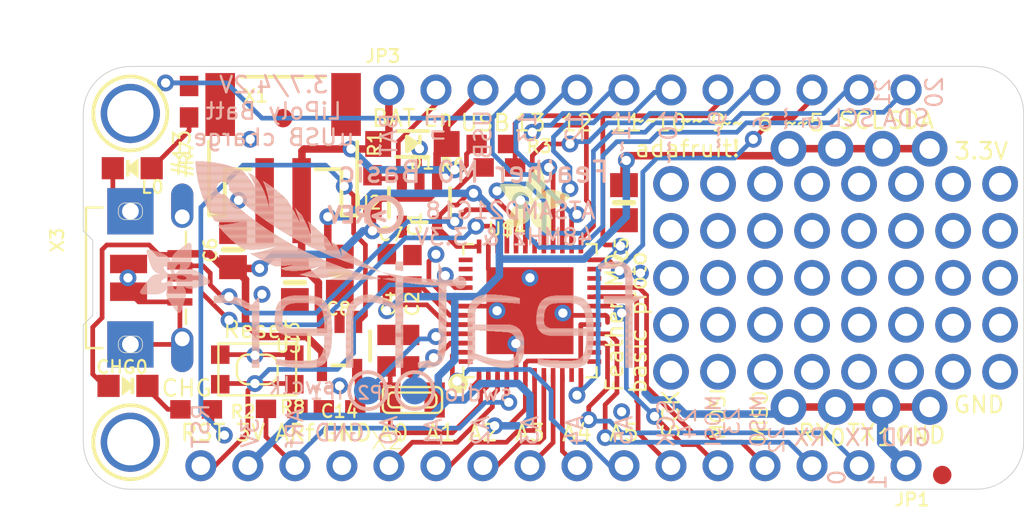
<source format=kicad_pcb>
(kicad_pcb (version 20211014) (generator pcbnew)
  (layers (0 "F.Cu" signal) (31 "B.Cu" signal) (34 "B.Paste" user) (35 "F.Paste" user) (36 "B.SilkS" user "B.Silkscreen") (37 "F.SilkS" user "F.Silkscreen") (38 "B.Mask" user) (39 "F.Mask" user) (44 "Edge.Cuts" user))
  (net 0 "")
  (net 1 "GND")
  (net 2 "MOSI")
  (net 3 "MISO")
  (net 4 "SCK")
  (net 5 "A5")
  (net 6 "A4")
  (net 7 "A3")
  (net 8 "A2")
  (net 9 "A1")
  (net 10 "D11")
  (net 11 "D12")
  (net 12 "+3V3")
  (net 13 "VBUS")
  (net 14 "VBAT")
  (net 15 "N$2")
  (net 16 "AREF")
  (net 17 "D13")
  (net 18 "A0")
  (net 19 "N$1")
  (net 20 "N$3")
  (net 21 "N$4")
  (net 22 "VDDCORE")
  (net 23 "SCL")
  (net 24 "SDA")
  (net 25 "D9")
  (net 26 "D8")
  (net 27 "D7")
  (net 28 "D6")
  (net 29 "D5")
  (net 30 "D4")
  (net 31 "D1")
  (net 32 "D0")
  (net 33 "D10")
  (net 34 "D+")
  (net 35 "D-")
  (net 36 "~{RESET}")
  (net 37 "SWCLK")
  (net 38 "SWDIO")
  (net 39 "N$5")
  (net 40 "N$7")
  (net 41 "N$8")
  (net 42 "N$9")
  (net 43 "N$10")
  (net 44 "N$11")
  (net 45 "N$12")
  (net 46 "N$13")
  (net 47 "N$14")
  (net 48 "N$15")
  (net 49 "N$16")
  (net 50 "N$17")
  (net 51 "N$18")
  (net 52 "N$19")
  (net 53 "N$20")
  (net 54 "N$21")
  (net 55 "N$24")
  (net 56 "N$25")
  (net 57 "N$26")
  (net 58 "N$27")
  (net 59 "N$28")
  (net 60 "N$30")
  (net 61 "N$31")
  (net 62 "N$32")
  (net 63 "N$33")
  (net 64 "N$34")
  (net 65 "N$35")
  (net 66 "N$36")
  (net 67 "N$37")
  (net 68 "N$38")
  (net 69 "N$39")
  (net 70 "N$40")
  (net 71 "N$41")
  (net 72 "N$42")
  (net 73 "N$43")
  (net 74 "N$44")
  (net 75 "N$45")
  (net 76 "N$46")
  (net 77 "N$47")
  (net 78 "N$48")
  (net 79 "N$6")
  (net 80 "N$22")
  (net 81 "EN")
  (net 82 "D3")
  (net 83 "D2")
  (footprint "boardEagle:SOT23-5" (layer "F.Cu") (at 141.2621 100.9396 180)
    (fp_text reference "U2")
    (fp_text value "SPX3819-3.3")
  )
  (footprint "" (layer "F.Cu") (at 171.3611 113.8936)
    (fp_text reference "@HOLE1" hide)
    (fp_text value "")
  )
  (footprint "boardEagle:0805-NO" (layer "F.Cu") (at 136.9591 104.8096 -90)
    (fp_text reference "C8")
    (fp_text value "10µF")
  )
  (footprint "boardEagle:ADAFRUIT_3.5MM" (layer "F.Cu") (at 145.5801 102.7176)
    (fp_text reference "U$7" hide)
    (fp_text value "" hide)
  )
  (footprint "boardEagle:0603-NO" (layer "F.Cu") (at 133.8199 112.089007)
    (fp_text reference "C14")
    (fp_text value "1uF")
  )
  (footprint "boardEagle:0603-NO" (layer "F.Cu") (at 145.1991 97.7646)
    (fp_text reference "R3")
    (fp_text value "100k")
  )
  (footprint "boardEagle:0603-NO" (layer "F.Cu") (at 129.1971 112.1156)
    (fp_text reference "R2")
    (fp_text value "1K")
  )
  (footprint "boardEagle:0805-NO" (layer "F.Cu") (at 152.3111 100.9396 -90)
    (fp_text reference "C5")
    (fp_text value "10uF")
  )
  (footprint "boardEagle:SOT23-5" (layer "F.Cu") (at 136.9441 108.6866 180)
    (fp_text reference "U3")
    (fp_text value "MCP73831T-2ACI/OT")
  )
  (footprint "boardEagle:0603-NO" (layer "F.Cu") (at 139.4841 108.9406 90)
    (fp_text reference "C4")
    (fp_text value "22pF")
  )
  (footprint "boardEagle:4UCONN_20329_V2" (layer "F.Cu") (at 127.5461 105.0036 -90)
    (fp_text reference "X3")
    (fp_text value "microUSB")
    (fp_line (start 3.15 2.2) (end 3.15 1.6) (layer "Edge.Cuts") (width 0.05))
    (fp_line (start -3.15 1.6) (end -3.15 2.15) (layer "Edge.Cuts") (width 0.05))
    (fp_line (start -4.05 2.15) (end -4.05 1.6) (layer "Edge.Cuts") (width 0.05))
    (fp_line (start 4.05 1.6) (end 4.05 2.2) (layer "Edge.Cuts") (width 0.05))
    (fp_line (start -3.5 2.55) (end -3.7 2.55) (layer "Edge.Cuts") (width 0.05))
    (fp_line (start -3.7 1.25) (end -3.5 1.25) (layer "Edge.Cuts") (width 0.05))
    (fp_arc (start 4.05 2.2) (mid 3.897487 2.468198) (end 3.6 2.55) (layer "Edge.Cuts") (width 0.05))
    (fp_arc (start 3.6 1.25) (mid 3.897487 1.331802) (end 4.05 1.6) (layer "Edge.Cuts") (width 0.05))
    (fp_arc (start -3.7 2.55) (mid -3.957843 2.422487) (end -4.05 2.15) (layer "Edge.Cuts") (width 0.05))
    (fp_arc (start -3.15 2.15) (mid -3.242157 2.422487) (end -3.5 2.55) (layer "Edge.Cuts") (width 0.05))
    (fp_arc (start -4.05 1.6) (mid -3.947487 1.352513) (end -3.7 1.25) (layer "Edge.Cuts") (width 0.05))
    (fp_arc (start 3.15 1.6) (mid 3.302513 1.331802) (end 3.6 1.25) (layer "Edge.Cuts") (width 0.05))
    (fp_arc (start 3.6 2.55) (mid 3.302513 2.468198) (end 3.15 2.2) (layer "Edge.Cuts") (width 0.05))
    (fp_arc (start -3.5 1.25) (mid -3.252513 1.352513) (end -3.15 1.6) (layer "Edge.Cuts") (width 0.05))
  )
  (footprint "boardEagle:0603-NO" (layer "F.Cu") (at 136.9441 112.1156 180)
    (fp_text reference "R8")
    (fp_text value "10K\\")
  )
  (footprint "boardEagle:KMR2" (layer "F.Cu") (at 132.4991 109.9566 180)
    (fp_text reference "SW1" hide)
    (fp_text value "SPST_TACT-KMR2" hide)
  )
  (footprint "boardEagle:0805-NO" (layer "F.Cu") (at 134.5311 105.2576 -90)
    (fp_text reference "C3")
    (fp_text value "10µF")
  )
  (footprint "" (layer "F.Cu") (at 171.3611 96.1136)
    (fp_text reference "@HOLE0" hide)
    (fp_text value "")
  )
  (footprint "boardEagle:JSTPH2" (layer "F.Cu") (at 133.8961 97.1296)
    (fp_text reference "X1")
    (fp_text value "JSTPH")
  )
  (footprint "boardEagle:SOD-123" (layer "F.Cu") (at 140.8811 97.7646 180)
    (fp_text reference "D1")
    (fp_text value "MBR120")
  )
  (footprint "boardEagle:0603-NO" (layer "F.Cu") (at 140.7541 108.9406 90)
    (fp_text reference "C2")
    (fp_text value "22pF")
  )
  (footprint "boardEagle:0603-NO" (layer "F.Cu") (at 128.8161 95.4786 -90)
    (fp_text reference "R7")
    (fp_text value "2.2K")
  )
  (footprint "boardEagle:XTAL3215" (layer "F.Cu") (at 140.8811 111.6076)
    (fp_text reference "X2")
    (fp_text value "32.768")
  )
  (footprint "boardEagle:0603-NO" (layer "F.Cu") (at 140.8811 104.6226 90)
    (fp_text reference "C1")
    (fp_text value "1uF")
  )
  (footprint "boardEagle:FIDUCIAL_1MM" (layer "F.Cu") (at 169.5033 115.6646 -90)
    (fp_text reference "U$35" hide)
    (fp_text value "FIDUCIAL\"\"" hide)
  )
  (footprint "boardEagle:0805-NO" (layer "F.Cu") (at 131.1891 103.4746 90)
    (fp_text reference "C6")
    (fp_text value "10µF")
  )
  (footprint "boardEagle:CHIPLED_0805_NOOUTLINE" (layer "F.Cu") (at 125.5141 110.8456 -90)
    (fp_text reference "CHG0")
    (fp_text value "ORANGE")
  )
  (footprint "boardEagle:1X12_ROUND" (layer "F.Cu") (at 153.5811 94.8436)
    (fp_text reference "JP3")
    (fp_text value "")
  )
  (footprint "boardEagle:0603-NO" (layer "F.Cu") (at 138.7221 100.3046 90)
    (fp_text reference "R1")
    (fp_text value "100k")
  )
  (footprint "boardEagle:MOUNTINGHOLE_2.5_PLATED" (layer "F.Cu") (at 125.6411 96.1136 -90)
    (fp_text reference "U$31" hide)
    (fp_text value "MOUNTINGHOLE2.5" hide)
  )
  (footprint "boardEagle:0603-NO" (layer "F.Cu") (at 139.5011 104.5716 90)
    (fp_text reference "C7")
    (fp_text value "1uF")
  )
  (footprint "boardEagle:1X16_ROUND" (layer "F.Cu") (at 148.5011 115.1636 180)
    (fp_text reference "JP1")
    (fp_text value "")
  )
  (footprint "boardEagle:FIDUCIAL_1MM" (layer "F.Cu") (at 133.8961 96.3676 -90)
    (fp_text reference "U$34" hide)
    (fp_text value "FIDUCIAL\"\"" hide)
  )
  (footprint "boardEagle:MOUNTINGHOLE_2.5_PLATED" (layer "F.Cu") (at 125.6411 113.8936 -90)
    (fp_text reference "U$32" hide)
    (fp_text value "MOUNTINGHOLE2.5" hide)
  )
  (footprint "boardEagle:CHIPLED_0805_NOOUTLINE" (layer "F.Cu") (at 125.7461 99.0746 90)
    (fp_text reference "L0")
    (fp_text value "RED")
  )
  (footprint "boardEagle:TQFN48_7MM" (layer "F.Cu") (at 147.2311 106.7816)
    (fp_text reference "U$4")
    (fp_text value "ATSAMD21G18_QFN")
  )
  (footprint "boardEagle:0603-NO" (layer "F.Cu") (at 145.5801 99.0346 180)
    (fp_text reference "R6")
    (fp_text value "100K")
  )
  (footprint "boardEagle:TESTPOINT_ROUND_1.5MM" (layer "B.Cu") (at 138.4681 111.0996 180)
    (fp_text reference "TP1")
    (fp_text value "")
  )
  (footprint "boardEagle:ADAFRUIT_3.5MM" (layer "B.Cu") (at 126.1491 103.0986)
    (fp_text reference "U$12" hide)
    (fp_text value "" hide)
  )
  (footprint "boardEagle:PCBFEAT-REV-040" (layer "B.Cu") (at 139.3571 101.5746 180)
    (fp_text reference "U$13" hide)
    (fp_text value "" hide)
  )
  (footprint "boardEagle:FEATHERLOGO" (layer "B.Cu") (at 153.4541 109.9566 180)
    (fp_text reference "U$9" hide)
    (fp_text value "" hide)
  )
  (footprint "boardEagle:TESTPOINT_ROUND_1.5MM" (layer "B.Cu") (at 141.0081 111.0996 180)
    (fp_text reference "TP2")
    (fp_text value "")
  )
  (gr_line (start 123.6091 107.0356) (end 123.1011 107.5436) (layer "Edge.Cuts") (width 0.05))
  (gr_line (start 123.1011 102.4636) (end 123.6091 102.9716) (layer "Edge.Cuts") (width 0.05))
  (gr_arc (start 125.6411 116.4336) (mid 123.845049 115.689651) (end 123.1011 113.8936) (layer "Edge.Cuts") (width 0.05))
  (gr_line (start 125.6411 116.4336) (end 171.3611 116.4336) (layer "Edge.Cuts") (width 0.05))
  (gr_arc (start 171.3611 93.5736) (mid 173.157151 94.317549) (end 173.9011 96.1136) (layer "Edge.Cuts") (width 0.05))
  (gr_line (start 171.3611 93.5736) (end 125.6411 93.5736) (layer "Edge.Cuts") (width 0.05))
  (gr_line (start 173.9011 113.8936) (end 173.9011 96.1136) (layer "Edge.Cuts") (width 0.05))
  (gr_line (start 123.1011 107.5436) (end 123.1011 113.8936) (layer "Edge.Cuts") (width 0.05))
  (gr_line (start 123.1011 96.1136) (end 123.1011 102.4636) (layer "Edge.Cuts") (width 0.05))
  (gr_arc (start 123.1011 96.1136) (mid 123.845049 94.317549) (end 125.6411 93.5736) (layer "Edge.Cuts") (width 0.05))
  (gr_arc (start 173.9011 113.8936) (mid 173.157151 115.689651) (end 171.3611 116.4336) (layer "Edge.Cuts") (width 0.05))
  (gr_line (start 123.6091 102.9716) (end 123.6091 107.0356) (layer "Edge.Cuts") (width 0.05))
  (gr_text "RX" (at 162.3441 113.6396) (layer "B.SilkS") (effects (font (size 0.89408 0.89408) (thickness 0.12192)) (justify mirror)))
  (gr_text "TX" (at 165.0111 113.6396) (layer "B.SilkS") (effects (font (size 0.89408 0.89408) (thickness 0.12192)) (justify mirror)))
  (gr_text "21" (at 166.2811 94.9706 -270) (layer "B.SilkS") (effects (font (size 0.78232 0.78232) (thickness 0.10668)) (justify mirror)))
  (gr_text "24" (at 155.7401 112.8776 -270) (layer "B.SilkS") (effects (font (size 0.89408 0.89408) (thickness 0.12192)) (justify mirror)))
  (gr_text "swdio" (at 144.4371 111.2266) (layer "B.SilkS") (effects (font (size 0.89408 0.89408) (thickness 0.12192)) (justify mirror)))
  (gr_text "9~~" (at 157.3911 97.0026 -270) (layer "B.SilkS") (effects (font (size 0.89408 0.89408) (thickness 0.12192)) (justify mirror)))
  (gr_text "20" (at 169.0751 94.9706 -270) (layer "B.SilkS") (effects (font (size 0.89408 0.89408) (thickness 0.12192)) (justify mirror)))
  (gr_text "USB" (at 144.6911 97.2566 -270) (layer "B.SilkS") (effects (font (size 0.89408 0.89408) (thickness 0.12192)) (justify mirror)))
  (gr_text "MOSI" (at 157.1371 112.7506 -270) (layer "B.SilkS") (effects (font (size 0.78232 0.78232) (thickness 0.10668)) (justify mirror)))
  (gr_text "10~~" (at 154.7241 97.3836 -270) (layer "B.SilkS") (effects (font (size 0.89408 0.89408) (thickness 0.12192)) (justify mirror)))
  (gr_text "23" (at 158.1531 112.7506 -270) (layer "B.SilkS") (effects (font (size 0.78232 0.78232) (thickness 0.10668)) (justify mirror)))
  (gr_text "RST" (at 129.4511 113.0046 -270) (layer "B.SilkS") (effects (font (size 0.89408 0.89408) (thickness 0.12192)) (justify mirror)))
  (gr_text "GND" (at 136.9441 113.3856) (layer "B.SilkS") (effects (font (size 0.89408 0.89408) (thickness 0.12192)) (justify mirror)))
  (gr_text "swclk" (at 134.9121 110.8456) (layer "B.SilkS") (effects (font (size 0.89408 0.89408) (thickness 0.12192)) (justify mirror)))
  (gr_text "A1" (at 142.0241 113.3856 -270) (layer "B.SilkS") (effects (font (size 0.89408 0.89408) (thickness 0.12192)) (justify mirror)))
  (gr_text "~~" (at 161.0741 96.3676 -90) (layer "B.SilkS") (effects (font (size 0.89408 0.89408) (thickness 0.12192)) (justify mirror)))
  (gr_text "GND" (at 167.5511 113.6396) (layer "B.SilkS") (effects (font (size 0.89408 0.89408) (thickness 0.12192)) (justify mirror)))
  (gr_text "Feather M0 Basic" (at 144.1831 99.2886) (layer "B.SilkS") (effects (font (size 1.1049 1.1049) (thickness 0.1651)) (justify mirror)))
  (gr_text "A3" (at 147.2311 113.2586 -270) (layer "B.SilkS") (effects (font (size 0.89408 0.89408) (thickness 0.12192)) (justify mirror)))
  (gr_text "11~~" (at 152.1841 97.3836 -270) (layer "B.SilkS") (effects (font (size 0.89408 0.89408) (thickness 0.12192)) (justify mirror)))
  (gr_text "5" (at 162.4711 96.6216 -270) (layer "B.SilkS") (effects (font (size 0.89408 0.89408) (thickness 0.12192)) (justify mirror)))
  (gr_text "3.7/4.2V\nLiPoly Batt\nµUSB charge" (at 133.3881 95.9866) (layer "B.SilkS") (effects (font (size 0.88392 0.88392) (thickness 0.13208)) (justify mirror)))
  (gr_text "12" (at 149.6441 96.8756 -270) (layer "B.SilkS") (effects (font (size 0.89408 0.89408) (thickness 0.12192)) (justify mirror)))
  (gr_text "A4" (at 149.6441 113.2586 -270) (layer "B.SilkS") (effects (font (size 0.89408 0.89408) (thickness 0.12192)) (justify mirror)))
  (gr_text "ATSAMD21G18 \n48MHz & 3.3V" (at 145.8341 102.0826) (layer "B.SilkS") (effects (font (size 0.88392 0.88392) (thickness 0.13208)) (justify mirror)))
  (gr_text "22" (at 160.5661 113.7666 -270) (layer "B.SilkS") (effects (font (size 0.78232 0.78232) (thickness 0.10668)) (justify mirror)))
  (gr_text "A5" (at 152.3111 113.2586 -270) (layer "B.SilkS") (effects (font (size 0.89408 0.89408) (thickness 0.12192)) (justify mirror)))
  (gr_text "ARf" (at 134.5311 113.1316 -270) (layer "B.SilkS") (effects (font (size 0.89408 0.89408) (thickness 0.12192)) (justify mirror)))
  (gr_text "A0" (at 139.6111 113.2586 -270) (layer "B.SilkS") (effects (font (size 0.89408 0.89408) (thickness 0.12192)) (justify mirror)))
  (gr_text "MISO" (at 159.5501 112.7506 -270) (layer "B.SilkS") (effects (font (size 0.78232 0.78232) (thickness 0.10668)) (justify mirror)))
  (gr_text "0" (at 163.7411 115.7986 -90) (layer "B.SilkS") (effects (font (size 0.89408 0.89408) (thickness 0.12192)) (justify mirror)))
  (gr_text "13" (at 147.1041 96.8756 -270) (layer "B.SilkS") (effects (font (size 0.89408 0.89408) (thickness 0.12192)) (justify mirror)))
  (gr_text "A2" (at 144.5641 113.2586 -270) (layer "B.SilkS") (effects (font (size 0.89408 0.89408) (thickness 0.12192)) (justify mirror)))
  (gr_text "3V" (at 132.1181 113.3856 -270) (layer "B.SilkS") (effects (font (size 0.89408 0.89408) (thickness 0.12192)) (justify mirror)))
  (gr_text "SDA" (at 167.5511 96.3676) (layer "B.SilkS") (effects (font (size 0.89408 0.89408) (thickness 0.12192)) (justify mirror)))
  (gr_text "SCL" (at 164.6301 96.3676) (layer "B.SilkS") (effects (font (size 0.89408 0.89408) (thickness 0.12192)) (justify mirror)))
  (gr_text "6" (at 159.8041 96.6216 -270) (layer "B.SilkS") (effects (font (size 0.89408 0.89408) (thickness 0.12192)) (justify mirror)))
  (gr_text "En" (at 142.1511 96.8756 -270) (layer "B.SilkS") (effects (font (size 0.89408 0.89408) (thickness 0.12192)) (justify mirror)))
  (gr_text "BAT" (at 139.6111 97.2566 -270) (layer "B.SilkS") (effects (font (size 0.89408 0.89408) (thickness 0.12192)) (justify mirror)))
  (gr_text "SCK" (at 154.5971 112.8776 -270) (layer "B.SilkS") (effects (font (size 0.89408 0.89408) (thickness 0.12192)) (justify mirror)))
  (gr_text "1" (at 166.0271 116.0526 -270) (layer "B.SilkS") (effects (font (size 0.89408 0.89408) (thickness 0.12192)) (justify mirror)))
  (gr_text "0" (at 163.8681 113.6396) (layer "F.SilkS") (effects (font (size 0.89408 0.89408) (thickness 0.12192))))
  (gr_text "TX" (at 165.1381 113.3856) (layer "F.SilkS") (effects (font (size 0.89408 0.89408) (thickness 0.12192))))
  (gr_text "A3" (at 147.2311 113.3856) (layer "F.SilkS") (effects (font (size 0.89408 0.89408) (thickness 0.12192))))
  (gr_text "Feather M0" (at 151.8031 107.4166 90) (layer "F.SilkS") (effects (font (size 0.89408 0.89408) (thickness 0.12192))))
  (gr_text "En" (at 142.2781 96.3676) (layer "F.SilkS") (effects (font (size 0.89408 0.89408) (thickness 0.12192))))
  (gr_text "SCK" (at 154.8511 112.3696 90) (layer "F.SilkS") (effects (font (size 0.89408 0.89408) (thickness 0.12192))))
  (gr_text "Reset" (at 132.4991 107.7976) (layer "F.SilkS") (effects (font (size 0.89408 0.89408) (thickness 0.12192))))
  (gr_text "adafruit!" (at 155.7401 98.0186) (layer "F.SilkS") (effects (font (size 0.89408 0.89408) (thickness 0.12192))))
  (gr_text "SDA" (at 167.8051 96.4946) (layer "F.SilkS") (effects (font (size 0.89408 0.89408) (thickness 0.12192))))
  (gr_text "6" (at 159.9311 96.6216) (layer "F.SilkS") (effects (font (size 0.89408 0.89408) (thickness 0.12192))))
  (gr_text "USB" (at 144.8181 96.6216) (layer "F.SilkS") (effects (font (size 0.89408 0.89408) (thickness 0.12192))))
  (gr_text "RST" (at 129.5781 113.3856) (layer "F.SilkS") (effects (font (size 0.89408 0.89408) (thickness 0.12192))))
  (gr_text "BAT" (at 139.8651 96.3676) (layer "F.SilkS") (effects (font (size 0.89408 0.89408) (thickness 0.12192))))
  (gr_text "SCL" (at 165.1381 96.4946) (layer "F.SilkS") (effects (font (size 0.89408 0.89408) (thickness 0.12192))))
  (gr_text "10" (at 154.8511 96.6216) (layer "F.SilkS") (effects (font (size 0.89408 0.89408) (thickness 0.12192))))
  (gr_text "~~" (at 153.4541 96.4946) (layer "F.SilkS") (effects (font (size 0.89408 0.89408) (thickness 0.12192))))
  (gr_text "A5" (at 152.3111 113.3856) (layer "F.SilkS") (effects (font (size 0.89408 0.89408) (thickness 0.12192))))
  (gr_text "13" (at 147.2311 96.6216) (layer "F.SilkS") (effects (font (size 0.89408 0.89408) (thickness 0.12192))))
  (gr_text "CHG" (at 128.6891 110.9726) (layer "F.SilkS") (effects (font (size 0.89408 0.89408) (thickness 0.12192))))
  (gr_text "#13" (at 128.4351 98.2726 90) (layer "F.SilkS") (effects (font (size 0.89408 0.89408) (thickness 0.12192))))
  (gr_text "3V" (at 132.1181 113.3856) (layer "F.SilkS") (effects (font (size 0.89408 0.89408) (thickness 0.12192))))
  (gr_text "basic proto" (at 153.0731 107.4166 90) (layer "F.SilkS") (effects (font (size 0.89408 0.89408) (thickness 0.12192))))
  (gr_text "MISO" (at 159.6771 112.4966 90) (layer "F.SilkS") (effects (font (size 0.78232 0.78232) (thickness 0.10668))))
  (gr_text "GND" (at 168.3131 113.5126) (layer "F.SilkS") (effects (font (size 0.89408 0.89408) (thickness 0.12192))))
  (gr_text "MOSI" (at 157.3911 112.3696 90) (layer "F.SilkS") (effects (font (size 0.78232 0.78232) (thickness 0.10668))))
  (gr_text "RX" (at 162.5981 113.3856) (layer "F.SilkS") (effects (font (size 0.89408 0.89408) (thickness 0.12192))))
  (gr_text "A1" (at 142.4051 113.3856) (layer "F.SilkS") (effects (font (size 0.89408 0.89408) (thickness 0.12192))))
  (gr_text "A0" (at 139.8651 113.3856) (layer "F.SilkS") (effects (font (size 0.89408 0.89408) (thickness 0.12192))))
  (gr_text "9" (at 157.3911 96.6216) (layer "F.SilkS") (effects (font (size 0.89408 0.89408) (thickness 0.12192))))
  (gr_text "1" (at 166.4081 113.6396) (layer "F.SilkS") (effects (font (size 0.89408 0.89408) (thickness 0.12192))))
  (gr_text "GND" (at 137.3251 113.3856) (layer "F.SilkS") (effects (font (size 0.89408 0.89408) (thickness 0.12192))))
  (gr_text "11" (at 152.4381 96.6216) (layer "F.SilkS") (effects (font (size 0.89408 0.89408) (thickness 0.12192))))
  (gr_text "~~" (at 158.1531 96.6216) (layer "F.SilkS") (effects (font (size 0.89408 0.89408) (thickness 0.12192))))
  (gr_text "~~5" (at 162.0901 96.6216) (layer "F.SilkS") (effects (font (size 0.89408 0.89408) (thickness 0.12192))))
  (gr_text "A2" (at 144.6911 113.3856) (layer "F.SilkS") (effects (font (size 0.89408 0.89408) (thickness 0.12192))))
  (gr_text "~~" (at 155.9941 96.4946) (layer "F.SilkS") (effects (font (size 0.89408 0.89408) (thickness 0.12192))))
  (gr_text "A4" (at 149.7711 113.3856) (layer "F.SilkS") (effects (font (size 0.89408 0.89408) (thickness 0.12192))))
  (gr_text "3.3V" (at 171.6151 98.1456) (layer "F.SilkS") (effects (font (size 0.89408 0.89408) (thickness 0.12192))))
  (gr_text "12" (at 149.7711 96.6216) (layer "F.SilkS") (effects (font (size 0.89408 0.89408) (thickness 0.12192))))
  (gr_text "ARf" (at 134.5311 113.3856) (layer "F.SilkS") (effects (font (size 0.89408 0.89408) (thickness 0.12192))))
  (gr_text "GND" (at 171.4881 111.8616) (layer "F.SilkS") (effects (font (size 0.89408 0.89408) (thickness 0.12192))))
  (segment (start 151.3566 107.049151) (end 151.404549 107.0971) (width 0.254) (layer "F.Cu") (net 1))
  (segment (start 150.7061 107.0316) (end 147.4811 107.0316) (width 0.254) (layer "F.Cu") (net 1))
  (segment (start 144.9811 104.5316) (end 147.2311 106.7816) (width 0.254) (layer "F.Cu") (net 1))
  (segment (start 128.1461 108.6036) (end 128.4461 108.3036) (width 0.254) (layer "F.Cu") (net 1))
  (segment (start 130.4991 109.1566) (end 134.4991 109.1566) (width 0.254) (layer "F.Cu") (net 1))
  (segment (start 144.9811 103.3066) (end 144.9811 104.5316) (width 0.254) (layer "F.Cu") (net 1))
  (segment (start 150.7061 107.0316) (end 151.2911 107.0316) (width 0.254) (layer "F.Cu") (net 1))
  (segment (start 144.7301 99.0346) (end 144.4371 99.0346) (width 0.254) (layer "F.Cu") (net 1))
  (segment (start 137.0711 105.7596) (end 136.9591 105.7596) (width 0.254) (layer "F.Cu") (net 1))
  (segment (start 143.1711 106.5316) (end 141.7701 105.1306) (width 0.254) (layer "F.Cu") (net 1))
  (segment (start 144.4371 99.0346) (end 143.1671 100.3046) (width 0.254) (layer "F.Cu") (net 1))
  (segment (start 124.6961 101.4036) (end 125.6461 101.4036) (width 0.254) (layer "F.Cu") (net 1))
  (segment (start 151.404549 107.0971) (end 151.4221 107.1626) (width 0.254) (layer "F.Cu") (net 1))
  (segment (start 161.2011 111.9886) (end 163.7411 111.9886) (width 0.4064) (layer "F.Cu") (net 1))
  (segment (start 128.3211 108.1786) (end 128.4461 108.3036) (width 0.254) (layer "F.Cu") (net 1))
  (segment (start 146.4811 107.5316) (end 147.2311 106.7816) (width 0.254) (layer "F.Cu") (net 1))
  (segment (start 151.2911 107.0316) (end 151.2951 107.0356) (width 0.254) (layer "F.Cu") (net 1))
  (segment (start 140.7541 108.0906) (end 139.4841 108.0906) (width 0.254) (layer "F.Cu") (net 1))
  (segment (start 128.3211 106.3036) (end 128.3211 108.1786) (width 0.254) (layer "F.Cu") (net 1))
  (segment (start 141.7701 105.1306) (end 141.7701 104.1146) (width 0.254) (layer "F.Cu") (net 1))
  (segment (start 143.7561 106.5316) (end 143.1711 106.5316) (width 0.254) (layer "F.Cu") (net 1))
  (segment (start 128.3211 106.3036) (end 126.0961 106.3036) (width 0.254) (layer "F.Cu") (net 1))
  (segment (start 151.2911 107.0316) (end 151.2911 107.0316) (width 0.254) (layer "F.Cu") (net 1))
  (segment (start 134.4991 109.1566) (end 134.6201 109.1566) (width 0.254) (layer "F.Cu") (net 1))
  (segment (start 143.7561 106.5316) (end 146.9811 106.5316) (width 0.254) (layer "F.Cu") (net 1))
  (segment (start 146.4811 110.2566) (end 146.4811 107.5316) (width 0.254) (layer "F.Cu") (net 1))
  (segment (start 141.7701 104.1146) (end 142.1511 103.7336) (width 0.254) (layer "F.Cu") (net 1))
  (segment (start 141.2621 99.6395) (end 141.2621 98.3996) (width 0.254) (layer "F.Cu") (net 1))
  (segment (start 146.9811 106.5316) (end 147.2311 106.7816) (width 0.254) (layer "F.Cu") (net 1))
  (segment (start 151.4221 107.1626) (end 151.4221 107.4166) (width 0.254) (layer "F.Cu") (net 1))
  (segment (start 146.4691 107.5436) (end 146.4691 108.5596) (width 0.254) (layer "F.Cu") (net 1))
  (segment (start 146.4811 107.5316) (end 146.4691 107.5436) (width 0.254) (layer "F.Cu") (net 1))
  (segment (start 163.7411 111.9886) (end 166.2811 111.9886) (width 0.4064) (layer "F.Cu") (net 1))
  (segment (start 125.6461 108.6036) (end 128.1461 108.6036) (width 0.254) (layer "F.Cu") (net 1))
  (segment (start 166.2811 111.9886) (end 168.8211 111.9886) (width 0.4064) (layer "F.Cu") (net 1))
  (segment (start 126.0961 106.3036) (end 125.5461 105.7536) (width 0.254) (layer "F.Cu") (net 1))
  (segment (start 147.4811 107.0316) (end 147.2311 106.7816) (width 0.254) (layer "F.Cu") (net 1))
  (segment (start 143.1671 100.3046) (end 143.0401 100.3046) (width 0.254) (layer "F.Cu") (net 1))
  (segment (start 151.2911 107.0316) (end 151.3566 107.049151) (width 0.254) (layer "F.Cu") (net 1))
  (segment (start 124.6961 99.0746) (end 124.6961 101.4036) (width 0.254) (layer "F.Cu") (net 1))
  (via (at 163.7411 111.9886) (size 1.9304) (drill 1.1) (layers "F.Cu" "B.Cu") (net 1))
  (via (at 161.2011 111.9886) (size 1.9304) (drill 1.1) (layers "F.Cu" "B.Cu") (net 1))
  (via (at 152.1841 112.2426) (size 0.9064) (drill 0.5) (layers "F.Cu" "B.Cu") (net 1))
  (via (at 166.2811 111.9886) (size 1.9304) (drill 1.1) (layers "F.Cu" "B.Cu") (net 1))
  (via (at 125.5141 105.0036) (size 0.9064) (drill 0.5) (layers "F.Cu" "B.Cu") (net 1))
  (via (at 145.4531 106.7816) (size 0.9064) (drill 0.5) (layers "F.Cu" "B.Cu") (net 1))
  (via (at 136.9441 110.8456) (size 0.9064) (drill 0.5) (layers "F.Cu" "B.Cu") (net 1))
  (via (at 153.2001 104.7496) (size 0.9064) (drill 0.5) (layers "F.Cu" "B.Cu") (net 1))
  (via (at 142.1511 103.7336) (size 0.9064) (drill 0.5) (layers "F.Cu" "B.Cu") (net 1))
  (via (at 132.1181 97.5106) (size 0.9064) (drill 0.5) (layers "F.Cu" "B.Cu") (net 1))
  (via (at 131.4831 100.8126) (size 0.9064) (drill 0.5) (layers "F.Cu" "B.Cu") (net 1))
  (via (at 132.7531 105.8926) (size 0.9064) (drill 0.5) (layers "F.Cu" "B.Cu") (net 1))
  (via (at 141.2621 98.0186) (size 0.9064) (drill 0.5) (layers "F.Cu" "B.Cu") (net 1))
  (via (at 149.0091 106.9086) (size 0.9064) (drill 0.5) (layers "F.Cu" "B.Cu") (net 1))
  (via (at 168.8211 111.9886) (size 1.9304) (drill 1.1) (layers "F.Cu" "B.Cu") (net 1))
  (via (at 147.2311 105.0036) (size 0.9064) (drill 0.5) (layers "F.Cu" "B.Cu") (net 1))
  (via (at 146.4691 108.5596) (size 0.9064) (drill 0.5) (layers "F.Cu" "B.Cu") (net 1))
  (via (at 132.3721 109.1946) (size 0.9064) (drill 0.5) (layers "F.Cu" "B.Cu") (net 1))
  (segment (start 166.2811 113.8936) (end 166.2811 111.9886) (width 0.6096) (layer "B.Cu") (net 1))
  (segment (start 155.6131 112.3696) (end 160.8201 112.3696) (width 0.4064) (layer "B.Cu") (net 1))
  (segment (start 153.8351 111.6076) (end 153.4541 111.2266) (width 0.4064) (layer "B.Cu") (net 1))
  (segment (start 154.8511 111.6076) (end 155.6131 112.3696) (width 0.4064) (layer "B.Cu") (net 1))
  (segment (start 160.8201 112.3696) (end 161.2011 111.9886) (width 0.4064) (layer "B.Cu") (net 1))
  (segment (start 153.8351 111.6076) (end 154.8511 111.6076) (width 0.4064) (layer "B.Cu") (net 1))
  (segment (start 167.5511 115.1636) (end 166.2811 113.8936) (width 0.6096) (layer "B.Cu") (net 1))
  (segment (start 150.7061 106.5316) (end 151.8071 106.5316) (width 0.254) (layer "F.Cu") (net 2))
  (segment (start 156.2481 114.0206) (end 155.4861 114.0206) (width 0.254) (layer "F.Cu") (net 2))
  (segment (start 155.4861 114.0206) (end 153.9621 112.4966) (width 0.254) (layer "F.Cu") (net 2))
  (segment (start 157.3911 115.1636) (end 156.2481 114.0206) (width 0.254) (layer "F.Cu") (net 2))
  (segment (start 151.8071 106.5316) (end 152.1841 106.9086) (width 0.254) (layer "F.Cu") (net 2))
  (via (at 152.1841 106.9086) (size 0.9064) (drill 0.5) (layers "F.Cu" "B.Cu") (net 2))
  (via (at 153.9621 112.4966) (size 0.9064) (drill 0.5) (layers "F.Cu" "B.Cu") (net 2))
  (segment (start 152.4381 110.9726) (end 153.9621 112.4966) (width 0.254) (layer "B.Cu") (net 2))
  (segment (start 152.4381 107.1626) (end 152.4381 110.9726) (width 0.254) (layer "B.Cu") (net 2))
  (segment (start 152.1841 106.9086) (end 152.4381 107.1626) (width 0.254) (layer "B.Cu") (net 2))
  (segment (start 150.7061 105.5316) (end 153.1185 105.5316) (width 0.254) (layer "F.Cu") (net 3))
  (segment (start 156.7561 113.3856) (end 157.2641 113.8936) (width 0.254) (layer "F.Cu") (net 3))
  (segment (start 156.2481 113.3856) (end 156.7561 113.3856) (width 0.254) (layer "F.Cu") (net 3))
  (segment (start 158.6611 113.8936) (end 159.9311 115.1636) (width 0.254) (layer "F.Cu") (net 3))
  (segment (start 153.1185 105.5316) (end 153.5303 105.9434) (width 0.254) (layer "F.Cu") (net 3))
  (segment (start 156.0195 113.3856) (end 156.2481 113.3856) (width 0.254) (layer "F.Cu") (net 3))
  (segment (start 155.9941 113.3856) (end 156.0195 113.3856) (width 0.254) (layer "F.Cu") (net 3))
  (segment (start 153.5303 110.8964) (end 156.0195 113.3856) (width 0.254) (layer "F.Cu") (net 3))
  (segment (start 157.2641 113.8936) (end 158.6611 113.8936) (width 0.254) (layer "F.Cu") (net 3))
  (segment (start 153.5303 110.8964) (end 153.5303 105.9434) (width 0.254) (layer "F.Cu") (net 3))
  (segment (start 152.9969 106.1974) (end 152.8191 106.0196) (width 0.254) (layer "F.Cu") (net 4))
  (segment (start 153.0731 113.3856) (end 154.8511 115.1636) (width 0.254) (layer "F.Cu") (net 4))
  (segment (start 152.9969 111.6584) (end 153.0731 111.7346) (width 0.254) (layer "F.Cu") (net 4))
  (segment (start 153.0731 111.7346) (end 153.0731 113.3856) (width 0.254) (layer "F.Cu") (net 4))
  (segment (start 150.7181 106.0196) (end 150.7061 106.0316) (width 0.254) (layer "F.Cu") (net 4))
  (segment (start 152.8191 106.0196) (end 150.7181 106.0196) (width 0.254) (layer "F.Cu") (net 4))
  (segment (start 152.9969 106.1974) (end 152.9969 111.6584) (width 0.254) (layer "F.Cu") (net 4))
  (segment (start 143.0401 110.3376) (end 143.2941 110.5916) (width 0.254) (layer "F.Cu") (net 5))
  (segment (start 143.7561 109.0316) (end 143.2031 109.0316) (width 0.254) (layer "F.Cu") (net 5))
  (segment (start 143.0401 109.1946) (end 143.0401 110.3376) (width 0.254) (layer "F.Cu") (net 5))
  (segment (start 143.2031 109.0316) (end 143.0401 109.1946) (width 0.254) (layer "F.Cu") (net 5))
  (via (at 143.2941 110.5916) (size 0.9064) (drill 0.5) (layers "F.Cu" "B.Cu") (net 5))
  (segment (start 149.6441 113.8936) (end 150.2791 113.8936) (width 0.254) (layer "B.Cu") (net 5))
  (segment (start 150.2791 113.8936) (end 151.5491 115.1636) (width 0.254) (layer "B.Cu") (net 5))
  (segment (start 143.9291 109.9566) (end 147.2311 109.9566) (width 0.254) (layer "B.Cu") (net 5))
  (segment (start 148.3741 112.6236) (end 149.6441 113.8936) (width 0.254) (layer "B.Cu") (net 5))
  (segment (start 143.2941 110.5916) (end 143.9291 109.9566) (width 0.254) (layer "B.Cu") (net 5))
  (segment (start 151.5491 115.1636) (end 152.3111 115.1636) (width 0.254) (layer "B.Cu") (net 5))
  (segment (start 148.3741 111.0996) (end 148.3741 112.6236) (width 0.254) (layer "B.Cu") (net 5))
  (segment (start 147.2311 109.9566) (end 148.3741 111.0996) (width 0.254) (layer "B.Cu") (net 5))
  (segment (start 148.9811 114.3736) (end 149.7711 115.1636) (width 0.254) (layer "F.Cu") (net 6))
  (segment (start 148.9811 110.2566) (end 148.9811 114.3736) (width 0.254) (layer "F.Cu") (net 6))
  (segment (start 148.4811 110.2566) (end 148.4811 113.9136) (width 0.254) (layer "F.Cu") (net 7))
  (segment (start 148.4811 113.9136) (end 147.2311 115.1636) (width 0.254) (layer "F.Cu") (net 7))
  (segment (start 147.9811 110.2566) (end 147.9811 113.6516) (width 0.254) (layer "F.Cu") (net 8))
  (segment (start 145.4531 115.1636) (end 144.6911 115.1636) (width 0.254) (layer "F.Cu") (net 8))
  (segment (start 147.7391 113.8936) (end 146.7231 113.8936) (width 0.254) (layer "F.Cu") (net 8))
  (segment (start 144.9451 115.1636) (end 144.6911 115.1636) (width 0.254) (layer "F.Cu") (net 8))
  (segment (start 147.9811 113.6516) (end 147.7391 113.8936) (width 0.254) (layer "F.Cu") (net 8))
  (segment (start 146.7231 113.8936) (end 145.4531 115.1636) (width 0.254) (layer "F.Cu") (net 8))
  (segment (start 144.1831 113.8936) (end 142.9131 115.1636) (width 0.254) (layer "F.Cu") (net 9))
  (segment (start 147.4851 112.1236) (end 147.4851 113.2586) (width 0.254) (layer "F.Cu") (net 9))
  (segment (start 142.9131 115.1636) (end 142.1511 115.1636) (width 0.254) (layer "F.Cu") (net 9))
  (segment (start 147.4851 113.2586) (end 146.5961 113.2586) (width 0.254) (layer "F.Cu") (net 9))
  (segment (start 145.9611 113.8936) (end 144.1831 113.8936) (width 0.254) (layer "F.Cu") (net 9))
  (segment (start 147.4811 112.1196) (end 147.4851 112.1236) (width 0.254) (layer "F.Cu") (net 9))
  (segment (start 147.4811 110.2566) (end 147.4811 112.1196) (width 0.254) (layer "F.Cu") (net 9))
  (segment (start 146.5961 113.2586) (end 145.9611 113.8936) (width 0.254) (layer "F.Cu") (net 9))
  (segment (start 147.7391 96.7486) (end 147.3581 97.1296) (width 0.254) (layer "F.Cu") (net 10))
  (segment (start 150.6601 102.2096) (end 150.6601 101.1936) (width 0.254) (layer "F.Cu") (net 10))
  (segment (start 150.2791 100.8126) (end 150.2791 96.8756) (width 0.254) (layer "F.Cu") (net 10))
  (segment (start 150.1521 96.7486) (end 147.7391 96.7486) (width 0.254) (layer "F.Cu") (net 10))
  (segment (start 150.2791 96.8756) (end 150.1521 96.7486) (width 0.254) (layer "F.Cu") (net 10))
  (segment (start 150.2791 100.8126) (end 150.6601 101.1936) (width 0.254) (layer "F.Cu") (net 10))
  (segment (start 149.9811 103.3066) (end 149.9811 102.8886) (width 0.254) (layer "F.Cu") (net 10))
  (segment (start 149.9811 102.8886) (end 150.6601 102.2096) (width 0.254) (layer "F.Cu") (net 10))
  (via (at 147.3581 97.1296) (size 0.9064) (drill 0.5) (layers "F.Cu" "B.Cu") (net 10))
  (segment (start 150.4061 96.1136) (end 151.6761 94.8436) (width 0.254) (layer "B.Cu") (net 10))
  (segment (start 147.7391 96.7486) (end 148.3741 96.7486) (width 0.254) (layer "B.Cu") (net 10))
  (segment (start 151.6761 94.8436) (end 152.3111 94.8436) (width 0.254) (layer "B.Cu") (net 10))
  (segment (start 147.3581 97.1296) (end 147.7391 96.7486) (width 0.254) (layer "B.Cu") (net 10))
  (segment (start 148.3741 96.7486) (end 149.0091 96.1136) (width 0.254) (layer "B.Cu") (net 10))
  (segment (start 149.0091 96.1136) (end 150.4061 96.1136) (width 0.254) (layer "B.Cu") (net 10))
  (segment (start 148.4811 103.3066) (end 148.4811 99.2686) (width 0.254) (layer "F.Cu") (net 11))
  (segment (start 148.4811 99.2686) (end 148.2471 99.0346) (width 0.254) (layer "F.Cu") (net 11))
  (via (at 148.2471 99.0346) (size 0.9064) (drill 0.5) (layers "F.Cu" "B.Cu") (net 11))
  (segment (start 149.2631 94.8436) (end 147.8661 96.2406) (width 0.254) (layer "B.Cu") (net 11))
  (segment (start 147.8661 96.2406) (end 146.8501 96.2406) (width 0.254) (layer "B.Cu") (net 11))
  (segment (start 149.7711 94.8436) (end 149.2631 94.8436) (width 0.254) (layer "B.Cu") (net 11))
  (segment (start 146.4691 98.1456) (end 147.2311 98.9076) (width 0.254) (layer "B.Cu") (net 11))
  (segment (start 148.1201 98.9076) (end 148.2471 99.0346) (width 0.254) (layer "B.Cu") (net 11))
  (segment (start 146.4691 96.6216) (end 146.4691 98.1456) (width 0.254) (layer "B.Cu") (net 11))
  (segment (start 147.2311 98.9076) (end 148.1201 98.9076) (width 0.254) (layer "B.Cu") (net 11))
  (segment (start 146.8501 96.2406) (end 146.4691 96.6216) (width 0.254) (layer "B.Cu") (net 11))
  (segment (start 142.2121 102.2397) (end 142.2121 101.7676) (width 0.254) (layer "F.Cu") (net 12))
  (segment (start 142.7285 107.5316) (end 141.661 106.4641) (width 0.254) (layer "F.Cu") (net 12))
  (segment (start 146.9811 109.6224) (end 147.1041 109.4994) (width 0.254) (layer "F.Cu") (net 12))
  (segment (start 152.4381 98.6536) (end 152.3111 98.7806) (width 0.4064) (layer "F.Cu") (net 12))
  (segment (start 163.7411 98.0186) (end 166.2811 98.0186) (width 0.4064) (layer "F.Cu") (net 12))
  (segment (start 139.6746 106.4641) (end 139.5011 106.2906) (width 0.254) (layer "F.Cu") (net 12))
  (segment (start 161.2011 98.0186) (end 160.9471 98.2726) (width 0.4064) (layer "F.Cu") (net 12))
  (segment (start 139.5011 106.3985) (end 139.5011 105.4216) (width 0.254) (layer "F.Cu") (net 12))
  (segment (start 142.9131 101.0666) (end 143.2941 101.0666) (width 0.254) (layer "F.Cu") (net 12))
  (segment (start 146.9811 110.2566) (end 146.9811 112.1116) (width 0.254) (layer "F.Cu") (net 12))
  (segment (start 166.2811 98.0186) (end 168.8211 98.0186) (width 0.4064) (layer "F.Cu") (net 12))
  (segment (start 152.4381 98.6536) (end 152.4381 98.3996) (width 0.4064) (layer "F.Cu") (net 12))
  (segment (start 160.6931 98.0186) (end 161.2011 98.0186) (width 0.4064) (layer "F.Cu") (net 12))
  (segment (start 146.9811 110.2566) (end 146.9811 109.6224) (width 0.254) (layer "F.Cu") (net 12))
  (segment (start 146.9811 112.1116) (end 146.0881 113.0046) (width 0.254) (layer "F.Cu") (net 12))
  (segment (start 136.3091 101.7016) (end 136.3091 103.2096) (width 0.4064) (layer "F.Cu") (net 12))
  (segment (start 150.7061 107.5316) (end 149.9743 107.5316) (width 0.254) (layer "F.Cu") (net 12))
  (segment (start 139.5011 106.2906) (end 139.5011 105.4216) (width 0.254) (layer "F.Cu") (net 12))
  (segment (start 161.2011 98.0186) (end 163.7411 98.0186) (width 0.4064) (layer "F.Cu") (net 12))
  (segment (start 139.4841 105.4386) (end 139.5011 105.4216) (width 0.4064) (layer "F.Cu") (net 12))
  (segment (start 139.4841 105.4386) (end 139.4841 106.7816) (width 0.4064) (layer "F.Cu") (net 12))
  (segment (start 144.4811 103.3066) (end 143.279 103.3066) (width 0.254) (layer "F.Cu") (net 12))
  (segment (start 141.661 106.4641) (end 139.6746 106.4641) (width 0.254) (layer "F.Cu") (net 12))
  (segment (start 143.9291 100.4316) (end 144.1831 100.4316) (width 0.254) (layer "F.Cu") (net 12))
  (segment (start 152.3111 98.7806) (end 152.3111 99.9896) (width 0.4064) (layer "F.Cu") (net 12))
  (segment (start 142.2121 101.7676) (end 142.9131 101.0666) (width 0.254) (layer "F.Cu") (net 12))
  (segment (start 136.3091 103.2096) (end 136.9591 103.8596) (width 0.4064) (layer "F.Cu") (net 12))
  (segment (start 149.9743 109.4994) (end 147.1041 109.4994) (width 0.254) (layer "F.Cu") (net 12))
  (segment (start 152.4381 98.3996) (end 160.3121 98.3996) (width 0.4064) (layer "F.Cu") (net 12))
  (segment (start 160.3121 98.3996) (end 160.6931 98.0186) (width 0.4064) (layer "F.Cu") (net 12))
  (segment (start 143.2941 101.0666) (end 143.9291 100.4316) (width 0.254) (layer "F.Cu") (net 12))
  (segment (start 146.0881 113.0046) (end 145.3261 113.0046) (width 0.254) (layer "F.Cu") (net 12))
  (segment (start 143.7561 107.5316) (end 142.7285 107.5316) (width 0.254) (layer "F.Cu") (net 12))
  (segment (start 143.279 103.3066) (end 142.2121 102.2397) (width 0.254) (layer "F.Cu") (net 12))
  (segment (start 149.9743 107.5316) (end 149.9743 109.4994) (width 0.254) (layer "F.Cu") (net 12))
  (via (at 168.8211 98.0186) (size 1.9304) (drill 1.1) (layers "F.Cu" "B.Cu") (net 12))
  (via (at 166.2811 98.0186) (size 1.9304) (drill 1.1) (layers "F.Cu" "B.Cu") (net 12))
  (via (at 144.1831 100.4316) (size 0.9064) (drill 0.5) (layers "F.Cu" "B.Cu") (net 12))
  (via (at 163.7411 98.0186) (size 1.9304) (drill 1.1) (layers "F.Cu" "B.Cu") (net 12))
  (via (at 139.4841 106.7816) (size 0.9064) (drill 0.5) (layers "F.Cu" "B.Cu") (net 12))
  (via (at 145.3261 113.0046) (size 0.9064) (drill 0.5) (layers "F.Cu" "B.Cu") (net 12))
  (via (at 136.3091 101.7016) (size 0.9064) (drill 0.5) (layers "F.Cu" "B.Cu") (net 12))
  (via (at 152.4381 98.6536) (size 0.9064) (drill 0.5) (layers "F.Cu" "B.Cu") (net 12))
  (via (at 161.2011 98.0186) (size 1.9304) (drill 1.1) (layers "F.Cu" "B.Cu") (net 12))
  (segment (start 147.2311 111.3496) (end 147.2311 112.6236) (width 0.4064) (layer "B.Cu") (net 12))
  (segment (start 146.6001 110.7186) (end 147.2311 111.3496) (width 0.4064) (layer "B.Cu") (net 12))
  (segment (start 144.3101 100.4316) (end 144.1831 100.4316) (width 0.254) (layer "B.Cu") (net 12))
  (segment (start 150.1521 103.9876) (end 152.4381 101.7016) (width 0.4064) (layer "B.Cu") (net 12))
  (segment (start 152.4381 101.7016) (end 152.4381 98.6536) (width 0.4064) (layer "B.Cu") (net 12))
  (segment (start 131.9911 115.1636) (end 134.6581 112.4966) (width 0.4064) (layer "B.Cu") (net 12))
  (segment (start 147.2311 112.6236) (end 146.8501 113.0046) (width 0.4064) (layer "B.Cu") (net 12))
  (segment (start 137.4521 101.7016) (end 138.7221 100.4316) (width 0.4064) (layer "B.Cu") (net 12))
  (segment (start 137.4521 101.7016) (end 136.3091 101.7016) (width 0.4064) (layer "B.Cu") (net 12))
  (segment (start 145.7071 103.9876) (end 150.1521 103.9876) (width 0.4064) (layer "B.Cu") (net 12))
  (segment (start 142.9131 111.6076) (end 143.6751 111.6076) (width 0.4064) (layer "B.Cu") (net 12))
  (segment (start 143.1671 106.0196) (end 140.3731 106.0196) (width 0.4064) (layer "B.Cu") (net 12))
  (segment (start 145.5801 103.8606) (end 145.7071 103.9876) (width 0.4064) (layer "B.Cu") (net 12))
  (segment (start 139.4841 106.9086) (end 139.4841 106.7816) (width 0.4064) (layer "B.Cu") (net 12))
  (segment (start 143.1671 106.0196) (end 143.1671 109.4486) (width 0.4064) (layer "B.Cu") (net 12))
  (segment (start 144.5641 110.7186) (end 146.6001 110.7186) (width 0.4064) (layer "B.Cu") (net 12))
  (segment (start 144.4371 106.0196) (end 143.1671 106.0196) (width 0.4064) (layer "B.Cu") (net 12))
  (segment (start 145.5801 101.7016) (end 145.5801 103.8606) (width 0.4064) (layer "B.Cu") (net 12))
  (segment (start 142.7861 111.6076) (end 142.7861 111.4806) (width 0.4064) (layer "B.Cu") (net 12))
  (segment (start 134.6581 112.4966) (end 141.8971 112.4966) (width 0.4064) (layer "B.Cu") (net 12))
  (segment (start 138.7221 100.4316) (end 144.1831 100.4316) (width 0.4064) (layer "B.Cu") (net 12))
  (segment (start 145.5801 103.8606) (end 145.5801 104.8766) (width 0.4064) (layer "B.Cu") (net 12))
  (segment (start 142.2781 110.9726) (end 142.7861 111.4806) (width 0.4064) (layer "B.Cu") (net 12))
  (segment (start 144.3101 100.4316) (end 145.5801 101.7016) (width 0.4064) (layer "B.Cu") (net 12))
  (segment (start 145.5801 104.8766) (end 144.4371 106.0196) (width 0.4064) (layer "B.Cu") (net 12))
  (segment (start 143.6751 111.6076) (end 144.5641 110.7186) (width 0.4064) (layer "B.Cu") (net 12))
  (segment (start 143.1671 109.4486) (end 142.2781 110.3376) (width 0.4064) (layer "B.Cu") (net 12))
  (segment (start 140.3731 106.0196) (end 139.4841 106.9086) (width 0.4064) (layer "B.Cu") (net 12))
  (segment (start 146.8501 113.0046) (end 145.3261 113.0046) (width 0.4064) (layer "B.Cu") (net 12))
  (segment (start 142.7861 111.4806) (end 142.9131 111.6076) (width 0.4064) (layer "B.Cu") (net 12))
  (segment (start 141.8971 112.4966) (end 142.7861 111.6076) (width 0.4064) (layer "B.Cu") (net 12))
  (segment (start 142.2781 110.3376) (end 142.2781 110.9726) (width 0.4064) (layer "B.Cu") (net 12))
  (segment (start 131.1891 104.4246) (end 131.2601 104.4956) (width 0.254) (layer "F.Cu") (net 13))
  (segment (start 135.9941 109.0066) (end 135.9941 109.9867) (width 0.4064) (layer "F.Cu") (net 13))
  (segment (start 124.1171 103.4796) (end 124.3711 103.2256) (width 0.254) (layer "F.Cu") (net 13))
  (segment (start 142.7311 97.7646) (end 142.7311 96.8036) (width 0.4064) (layer "F.Cu") (net 13))
  (segment (start 131.8641 107.4166) (end 131.8641 105.0996) (width 0.4064) (layer "F.Cu") (net 13))
  (segment (start 142.7311 97.7646) (end 142.2121 98.2836) (width 0.4064) (layer "F.Cu") (net 13))
  (segment (start 142.7311 96.8036) (end 144.6911 94.8436) (width 0.4064) (layer "F.Cu") (net 13))
  (segment (start 130.6501 104.4246) (end 131.1891 104.4246) (width 0.254) (layer "F.Cu") (net 13))
  (segment (start 138.7221 101.1546) (end 139.1911 100.6856) (width 0.4064) (layer "F.Cu") (net 13))
  (segment (start 124.1171 107.1626) (end 124.1171 103.4796) (width 0.254) (layer "F.Cu") (net 13))
  (segment (start 126.6571 103.2256) (end 127.1651 103.7336) (width 0.254) (layer "F.Cu") (net 13))
  (segment (start 124.4641 110.8456) (end 124.2441 110.8456) (width 0.254) (layer "F.Cu") (net 13))
  (segment (start 142.2121 100.2436) (end 142.2121 99.6395) (width 0.4064) (layer "F.Cu") (net 13))
  (segment (start 135.1661 108.1786) (end 135.9941 109.0066) (width 0.4064) (layer "F.Cu") (net 13))
  (segment (start 139.1911 100.6856) (end 141.7701 100.6856) (width 0.4064) (layer "F.Cu") (net 13))
  (segment (start 142.2121 98.2836) (end 142.2121 99.6395) (width 0.4064) (layer "F.Cu") (net 13))
  (segment (start 131.8641 105.0996) (end 131.1891 104.4246) (width 0.4064) (layer "F.Cu") (net 13))
  (segment (start 132.6261 108.1786) (end 135.1661 108.1786) (width 0.4064) (layer "F.Cu") (net 13))
  (segment (start 141.7701 100.6856) (end 142.2121 100.2436) (width 0.4064) (layer "F.Cu") (net 13))
  (segment (start 131.2601 104.4956) (end 132.6261 104.4956) (width 0.4064) (layer "F.Cu") (net 13))
  (segment (start 124.2441 110.8456) (end 123.6091 110.2106) (width 0.254) (layer "F.Cu") (net 13))
  (segment (start 123.6091 110.2106) (end 123.6091 107.6706) (width 0.254) (layer "F.Cu") (net 13))
  (segment (start 138.7221 101.1546) (end 138.7221 102.4636) (width 0.4064) (layer "F.Cu") (net 13))
  (segment (start 127.1651 103.7336) (end 128.2911 103.7336) (width 0.254) (layer "F.Cu") (net 13))
  (segment (start 123.6091 107.6706) (end 124.1171 107.1626) (width 0.254) (layer "F.Cu") (net 13))
  (segment (start 131.8641 107.4166) (end 132.6261 108.1786) (width 0.4064) (layer "F.Cu") (net 13))
  (segment (start 128.2911 103.7336) (end 128.3211 103.7036) (width 0.254) (layer "F.Cu") (net 13))
  (segment (start 128.3211 103.7036) (end 129.9291 103.7036) (width 0.4064) (layer "F.Cu") (net 13))
  (segment (start 129.9291 103.7036) (end 130.6501 104.4246) (width 0.4064) (layer "F.Cu") (net 13))
  (segment (start 124.3711 103.2256) (end 126.6571 103.2256) (width 0.254) (layer "F.Cu") (net 13))
  (via (at 132.6261 104.4956) (size 0.9064) (drill 0.5) (layers "F.Cu" "B.Cu") (net 13))
  (via (at 138.7221 102.4636) (size 0.9064) (drill 0.5) (layers "F.Cu" "B.Cu") (net 13))
  (segment (start 138.2141 102.4636) (end 138.7221 102.4636) (width 0.4064) (layer "B.Cu") (net 13))
  (segment (start 133.3881 103.7336) (end 136.9441 103.7336) (width 0.4064) (layer "B.Cu") (net 13))
  (segment (start 136.9441 103.7336) (end 138.2141 102.4636) (width 0.4064) (layer "B.Cu") (net 13))
  (segment (start 132.6261 104.4956) (end 133.3881 103.7336) (width 0.4064) (layer "B.Cu") (net 13))
  (segment (start 134.8961 103.9426) (end 134.5311 104.3076) (width 0.254) (layer "F.Cu") (net 14))
  (segment (start 143.5481 99.1616) (end 143.1671 99.1616) (width 0.254) (layer "F.Cu") (net 14))
  (segment (start 135.024318 98.033382) (end 137.565318 98.033382) (width 0.4064) (layer "F.Cu") (net 14))
  (segment (start 134.8961 100.8296) (end 134.9121 100.8136) (width 0.254) (layer "F.Cu") (net 14))
  (segment (start 143.8021 98.9076) (end 143.5481 99.1616) (width 0.254) (layer "F.Cu") (net 14))
  (segment (start 139.0311 97.7646) (end 138.762318 98.033382) (width 0.4064) (layer "F.Cu") (net 14))
  (segment (start 135.9941 106.9746) (end 135.9941 107.3865) (width 0.4064) (layer "F.Cu") (net 14))
  (segment (start 134.8961 100.8296) (end 134.8961 103.9426) (width 0.4064) (layer "F.Cu") (net 14))
  (segment (start 135.8011 105.2576) (end 134.8511 104.3076) (width 0.4064) (layer "F.Cu") (net 14))
  (segment (start 138.762318 98.033382) (end 137.565318 98.033382) (width 0.4064) (layer "F.Cu") (net 14))
  (segment (start 134.9121 100.8136) (end 134.9121 98.1456) (width 0.4064) (layer "F.Cu") (net 14))
  (segment (start 134.9121 98.1456) (end 135.024318 98.033382) (width 0.4064) (layer "F.Cu") (net 14))
  (segment (start 135.8011 105.2576) (end 135.8011 106.7816) (width 0.4064) (layer "F.Cu") (net 14))
  (segment (start 143.8021 98.9076) (end 143.8021 98.3116) (width 0.254) (layer "F.Cu") (net 14))
  (segment (start 135.8011 106.7816) (end 135.9941 106.9746) (width 0.4064) (layer "F.Cu") (net 14))
  (segment (start 143.8021 98.3116) (end 144.3491 97.7646) (width 0.254) (layer "F.Cu") (net 14))
  (segment (start 134.8511 104.3076) (end 134.5311 104.3076) (width 0.4064) (layer "F.Cu") (net 14))
  (segment (start 139.6111 97.1846) (end 139.0311 97.7646) (width 0.4064) (layer "F.Cu") (net 14))
  (segment (start 139.6111 94.8436) (end 139.6111 97.1846) (width 0.4064) (layer "F.Cu") (net 14))
  (via (at 143.1671 99.1616) (size 0.9064) (drill 0.5) (layers "F.Cu" "B.Cu") (net 14))
  (via (at 137.565318 98.033382) (size 0.9064) (drill 0.5) (layers "F.Cu" "B.Cu") (net 14))
  (segment (start 138.693537 99.1616) (end 137.565318 98.033382) (width 0.4064) (layer "B.Cu") (net 14))
  (segment (start 143.1671 99.1616) (end 138.693537 99.1616) (width 0.4064) (layer "B.Cu") (net 14))
  (segment (start 126.7961 99.0746) (end 128.8161 97.0546) (width 0.254) (layer "F.Cu") (net 15))
  (segment (start 128.8161 97.0546) (end 128.8161 96.3286) (width 0.254) (layer "F.Cu") (net 15))
  (segment (start 145.9811 111.6276) (end 146.0881 111.7346) (width 0.254) (layer "F.Cu") (net 16))
  (segment (start 132.9699 113.6024) (end 132.9699 112.089007) (width 0.254) (layer "F.Cu") (net 16))
  (segment (start 132.9699 113.6024) (end 134.5311 115.1636) (width 0.254) (layer "F.Cu") (net 16))
  (segment (start 145.9811 110.2566) (end 145.9811 111.6276) (width 0.254) (layer "F.Cu") (net 16))
  (via (at 146.0881 111.7346) (size 0.9064) (drill 0.5) (layers "F.Cu" "B.Cu") (net 16))
  (segment (start 143.4211 113.1316) (end 136.1821 113.1316) (width 0.254) (layer "B.Cu") (net 16))
  (segment (start 144.8181 111.7346) (end 143.4211 113.1316) (width 0.254) (layer "B.Cu") (net 16))
  (segment (start 134.5311 114.7826) (end 134.5311 115.1636) (width 0.254) (layer "B.Cu") (net 16))
  (segment (start 146.0881 111.7346) (end 144.8181 111.7346) (width 0.254) (layer "B.Cu") (net 16))
  (segment (start 136.1821 113.1316) (end 134.5311 114.7826) (width 0.254) (layer "B.Cu") (net 16))
  (segment (start 134.5311 114.6556) (end 134.5311 115.1636) (width 0.254) (layer "B.Cu") (net 16))
  (segment (start 128.6501 94.4626) (end 127.5461 94.4626) (width 0.254) (layer "F.Cu") (net 17))
  (segment (start 149.4811 101.8646) (end 149.7711 101.5746) (width 0.254) (layer "F.Cu") (net 17))
  (segment (start 128.8161 94.6286) (end 128.6501 94.4626) (width 0.254) (layer "F.Cu") (net 17))
  (segment (start 149.4811 103.3066) (end 149.4811 101.8646) (width 0.254) (layer "F.Cu") (net 17))
  (via (at 149.7711 101.5746) (size 0.9064) (drill 0.5) (layers "F.Cu" "B.Cu") (net 17))
  (via (at 127.5461 94.4626) (size 0.9064) (drill 0.5) (layers "F.Cu" "B.Cu") (net 17))
  (segment (start 146.7231 94.8436) (end 147.2311 94.8436) (width 0.254) (layer "B.Cu") (net 17))
  (segment (start 132.7531 96.3676) (end 145.1991 96.3676) (width 0.254) (layer "B.Cu") (net 17))
  (segment (start 132.7531 96.3676) (end 130.8481 94.4626) (width 0.254) (layer "B.Cu") (net 17))
  (segment (start 130.8481 94.4626) (end 127.5461 94.4626) (width 0.254) (layer "B.Cu") (net 17))
  (segment (start 146.3421 99.4156) (end 145.1991 98.2726) (width 0.254) (layer "B.Cu") (net 17))
  (segment (start 149.5171 101.5746) (end 147.3581 99.4156) (width 0.254) (layer "B.Cu") (net 17))
  (segment (start 145.1991 96.3676) (end 146.7231 94.8436) (width 0.254) (layer "B.Cu") (net 17))
  (segment (start 145.1991 98.2726) (end 145.1991 96.3676) (width 0.254) (layer "B.Cu") (net 17))
  (segment (start 149.7711 101.5746) (end 149.5171 101.5746) (width 0.254) (layer "B.Cu") (net 17))
  (segment (start 147.3581 99.4156) (end 146.3421 99.4156) (width 0.254) (layer "B.Cu") (net 17))
  (segment (start 145.4811 111.0716) (end 145.1991 111.3536) (width 0.254) (layer "F.Cu") (net 18))
  (segment (start 145.1991 111.9886) (end 143.2941 113.8936) (width 0.254) (layer "F.Cu") (net 18))
  (segment (start 145.4811 110.2566) (end 145.4811 111.0716) (width 0.254) (layer "F.Cu") (net 18))
  (segment (start 143.2941 113.8936) (end 140.8811 113.8936) (width 0.254) (layer "F.Cu") (net 18))
  (segment (start 140.8811 113.8936) (end 139.6111 115.1636) (width 0.254) (layer "F.Cu") (net 18))
  (segment (start 145.1991 111.3536) (end 145.1991 111.9886) (width 0.254) (layer "F.Cu") (net 18))
  (segment (start 127.6731 112.1156) (end 128.3471 112.1156) (width 0.254) (layer "F.Cu") (net 19))
  (segment (start 126.5641 111.0066) (end 127.6731 112.1156) (width 0.254) (layer "F.Cu") (net 19))
  (segment (start 126.5641 110.8456) (end 126.5641 111.0066) (width 0.254) (layer "F.Cu") (net 19))
  (segment (start 130.0471 112.1156) (end 130.0471 112.8386) (width 0.254) (layer "F.Cu") (net 20))
  (segment (start 137.7061 102.5906) (end 137.7061 100.5586) (width 0.254) (layer "F.Cu") (net 20))
  (segment (start 138.3411 107.0356) (end 138.3411 103.2256) (width 0.254) (layer "F.Cu") (net 20))
  (segment (start 130.0471 112.8386) (end 130.7211 113.5126) (width 0.254) (layer "F.Cu") (net 20))
  (segment (start 138.3411 103.2256) (end 137.7061 102.5906) (width 0.254) (layer "F.Cu") (net 20))
  (segment (start 137.9902 107.3865) (end 138.3411 107.0356) (width 0.254) (layer "F.Cu") (net 20))
  (segment (start 137.8941 107.3865) (end 137.9902 107.3865) (width 0.254) (layer "F.Cu") (net 20))
  (segment (start 137.7061 100.5586) (end 137.1981 100.0506) (width 0.254) (layer "F.Cu") (net 20))
  (via (at 137.1981 100.0506) (size 0.9064) (drill 0.5) (layers "F.Cu" "B.Cu") (net 20))
  (via (at 130.7211 113.5126) (size 0.9064) (drill 0.5) (layers "F.Cu" "B.Cu") (net 20))
  (segment (start 136.1821 98.9076) (end 131.7371 98.9076) (width 0.254) (layer "B.Cu") (net 20))
  (segment (start 136.1821 98.9076) (end 137.1981 99.9236) (width 0.254) (layer "B.Cu") (net 20))
  (segment (start 129.4511 101.1936) (end 129.4511 112.2426) (width 0.254) (layer "B.Cu") (net 20))
  (segment (start 137.1981 99.9236) (end 137.1981 100.0506) (width 0.254) (layer "B.Cu") (net 20))
  (segment (start 131.7371 98.9076) (end 129.4511 101.1936) (width 0.254) (layer "B.Cu") (net 20))
  (segment (start 129.4511 112.2426) (end 130.7211 113.5126) (width 0.254) (layer "B.Cu") (net 20))
  (segment (start 137.8941 112.0156) (end 137.7941 112.1156) (width 0.254) (layer "F.Cu") (net 21))
  (segment (start 137.8941 109.9867) (end 137.8941 112.0156) (width 0.254) (layer "F.Cu") (net 21))
  (segment (start 141.3541 105.4726) (end 140.8811 105.4726) (width 0.254) (layer "F.Cu") (net 22))
  (segment (start 143.7561 107.0316) (end 142.9131 107.0316) (width 0.254) (layer "F.Cu") (net 22))
  (segment (start 142.9131 107.0316) (end 141.3541 105.4726) (width 0.254) (layer "F.Cu") (net 22))
  (segment (start 145.4531 100.8126) (end 145.4531 100.3046) (width 0.254) (layer "F.Cu") (net 23))
  (segment (start 146.4811 103.3066) (end 146.4811 101.8406) (width 0.254) (layer "F.Cu") (net 23))
  (segment (start 146.4811 101.8406) (end 145.4531 100.8126) (width 0.254) (layer "F.Cu") (net 23))
  (segment (start 145.4531 100.4316) (end 145.4531 100.3046) (width 0.254) (layer "F.Cu") (net 23))
  (via (at 145.4531 100.3046) (size 0.9064) (drill 0.5) (layers "F.Cu" "B.Cu") (net 23))
  (segment (start 151.6761 97.1296) (end 153.4541 97.1296) (width 0.254) (layer "B.Cu") (net 23))
  (segment (start 158.1531 96.6216) (end 158.6611 96.1136) (width 0.254) (layer "B.Cu") (net 23))
  (segment (start 147.9931 100.8126) (end 147.1041 99.9236) (width 0.254) (layer "B.Cu") (net 23))
  (segment (start 151.6761 97.1296) (end 150.6601 98.1456) (width 0.254) (layer "B.Cu") (net 23))
  (segment (start 153.4541 97.1296) (end 153.9621 96.6216) (width 0.254) (layer "B.Cu") (net 23))
  (segment (start 147.1041 99.9236) (end 145.8341 99.9236) (width 0.254) (layer "B.Cu") (net 23))
  (segment (start 164.3761 94.8436) (end 165.0111 94.8436) (width 0.254) (layer "B.Cu") (net 23))
  (segment (start 147.9931 102.5906) (end 147.9931 100.8126) (width 0.254) (layer "B.Cu") (net 23))
  (segment (start 145.8341 99.9236) (end 145.4531 100.3046) (width 0.254) (layer "B.Cu") (net 23))
  (segment (start 150.6601 98.1456) (end 150.6601 101.9556) (width 0.254) (layer "B.Cu") (net 23))
  (segment (start 150.0251 102.5906) (end 147.9931 102.5906) (width 0.254) (layer "B.Cu") (net 23))
  (segment (start 153.9621 96.6216) (end 158.1531 96.6216) (width 0.254) (layer "B.Cu") (net 23))
  (segment (start 158.6611 96.1136) (end 163.1061 96.1136) (width 0.254) (layer "B.Cu") (net 23))
  (segment (start 163.1061 96.1136) (end 164.3761 94.8436) (width 0.254) (layer "B.Cu") (net 23))
  (segment (start 150.6601 101.9556) (end 150.0251 102.5906) (width 0.254) (layer "B.Cu") (net 23))
  (segment (start 146.9811 101.0706) (end 146.7231 100.8126) (width 0.254) (layer "F.Cu") (net 24))
  (segment (start 146.9811 103.3066) (end 146.9811 101.0706) (width 0.254) (layer "F.Cu") (net 24))
  (via (at 146.7231 100.8126) (size 0.9064) (drill 0.5) (layers "F.Cu" "B.Cu") (net 24))
  (segment (start 158.4071 97.1296) (end 158.9151 96.6216) (width 0.254) (layer "B.Cu") (net 24))
  (segment (start 154.2161 97.1296) (end 158.4071 97.1296) (width 0.254) (layer "B.Cu") (net 24))
  (segment (start 158.9151 96.6216) (end 163.4871 96.6216) (width 0.254) (layer "B.Cu") (net 24))
  (segment (start 153.7081 97.6376) (end 154.2161 97.1296) (width 0.254) (layer "B.Cu") (net 24))
  (segment (start 151.1681 98.3996) (end 151.1681 102.2096) (width 0.254) (layer "B.Cu") (net 24))
  (segment (start 164.0586 96.0501) (end 166.3446 96.0501) (width 0.254) (layer "B.Cu") (net 24))
  (segment (start 151.1681 102.2096) (end 150.0251 103.3526) (width 0.254) (layer "B.Cu") (net 24))
  (segment (start 147.1041 102.7176) (end 147.1041 101.1936) (width 0.254) (layer "B.Cu") (net 24))
  (segment (start 150.0251 103.3526) (end 147.7391 103.3526) (width 0.254) (layer "B.Cu") (net 24))
  (segment (start 166.3446 96.0501) (end 167.5511 94.8436) (width 0.254) (layer "B.Cu") (net 24))
  (segment (start 151.1681 98.3996) (end 151.9301 97.6376) (width 0.254) (layer "B.Cu") (net 24))
  (segment (start 147.7391 103.3526) (end 147.1041 102.7176) (width 0.254) (layer "B.Cu") (net 24))
  (segment (start 147.1041 101.1936) (end 146.7231 100.8126) (width 0.254) (layer "B.Cu") (net 24))
  (segment (start 151.9301 97.6376) (end 153.7081 97.6376) (width 0.254) (layer "B.Cu") (net 24))
  (segment (start 163.4871 96.6216) (end 164.0586 96.0501) (width 0.254) (layer "B.Cu") (net 24))
  (segment (start 151.1681 96.2406) (end 151.1681 103.0986) (width 0.254) (layer "F.Cu") (net 25))
  (segment (start 146.4301 97.7646) (end 146.4301 99.0346) (width 0.254) (layer "F.Cu") (net 25))
  (segment (start 149.9811 111.1436) (end 149.7711 111.3536) (width 0.254) (layer "F.Cu") (net 25))
  (segment (start 151.1681 96.2406) (end 156.7561 96.2406) (width 0.254) (layer "F.Cu") (net 25))
  (segment (start 146.4301 96.6606) (end 146.8501 96.2406) (width 0.254) (layer "F.Cu") (net 25))
  (segment (start 146.4301 97.7646) (end 146.4301 96.6606) (width 0.254) (layer "F.Cu") (net 25))
  (segment (start 152.0571 103.2256) (end 152.1206 103.2891) (width 0.254) (layer "F.Cu") (net 25))
  (segment (start 151.1681 103.0986) (end 151.2951 103.2256) (width 0.254) (layer "F.Cu") (net 25))
  (segment (start 157.3911 95.6056) (end 157.3911 94.8436) (width 0.254) (layer "F.Cu") (net 25))
  (segment (start 149.9811 110.2566) (end 149.9811 111.1436) (width 0.254) (layer "F.Cu") (net 25))
  (segment (start 146.0491 97.7646) (end 146.4301 97.7646) (width 0.254) (layer "F.Cu") (net 25))
  (segment (start 156.7561 96.2406) (end 157.3911 95.6056) (width 0.254) (layer "F.Cu") (net 25))
  (segment (start 151.2951 103.2256) (end 152.0571 103.2256) (width 0.254) (layer "F.Cu") (net 25))
  (segment (start 146.8501 96.2406) (end 151.1681 96.2406) (width 0.254) (layer "F.Cu") (net 25))
  (via (at 152.1206 103.2891) (size 0.9064) (drill 0.5) (layers "F.Cu" "B.Cu") (net 25))
  (via (at 149.7711 111.3536) (size 0.9064) (drill 0.5) (layers "F.Cu" "B.Cu") (net 25))
  (segment (start 150.9141 104.4956) (end 152.1206 103.2891) (width 0.254) (layer "B.Cu") (net 25))
  (segment (start 150.9141 104.4956) (end 150.9141 110.2106) (width 0.254) (layer "B.Cu") (net 25))
  (segment (start 150.9141 110.2106) (end 149.7711 111.3536) (width 0.254) (layer "B.Cu") (net 25))
  (segment (start 147.9931 97.7646) (end 149.3901 97.7646) (width 0.254) (layer "F.Cu") (net 28))
  (segment (start 147.3581 98.3996) (end 147.9931 97.7646) (width 0.254) (layer "F.Cu") (net 28))
  (segment (start 147.3581 99.4156) (end 147.3581 98.3996) (width 0.254) (layer "F.Cu") (net 28))
  (segment (start 147.9811 103.3066) (end 147.9811 100.0386) (width 0.254) (layer "F.Cu") (net 28))
  (segment (start 147.9811 100.0386) (end 147.3581 99.4156) (width 0.254) (layer "F.Cu") (net 28))
  (via (at 149.3901 97.7646) (size 0.9064) (drill 0.5) (layers "F.Cu" "B.Cu") (net 28))
  (segment (start 159.1691 94.8436) (end 159.9311 94.8436) (width 0.254) (layer "B.Cu") (net 28))
  (segment (start 159.1691 94.8436) (end 157.8991 96.1136) (width 0.254) (layer "B.Cu") (net 28))
  (segment (start 153.7081 96.1136) (end 153.2001 96.6216) (width 0.254) (layer "B.Cu") (net 28))
  (segment (start 150.4061 97.6376) (end 149.5171 97.6376) (width 0.254) (layer "B.Cu") (net 28))
  (segment (start 153.2001 96.6216) (end 151.4221 96.6216) (width 0.254) (layer "B.Cu") (net 28))
  (segment (start 151.4221 96.6216) (end 150.4061 97.6376) (width 0.254) (layer "B.Cu") (net 28))
  (segment (start 157.8991 96.1136) (end 153.7081 96.1136) (width 0.254) (layer "B.Cu") (net 28))
  (segment (start 149.5171 97.6376) (end 149.3901 97.7646) (width 0.254) (layer "B.Cu") (net 28))
  (segment (start 151.4661 104.0316) (end 152.0571 104.6226) (width 0.254) (layer "F.Cu") (net 29))
  (segment (start 161.4551 96.3676) (end 162.4711 95.3516) (width 0.254) (layer "F.Cu") (net 29))
  (segment (start 150.7061 104.0316) (end 151.4661 104.0316) (width 0.254) (layer "F.Cu") (net 29))
  (segment (start 159.2961 97.5106) (end 160.4391 96.3676) (width 0.254) (layer "F.Cu") (net 29))
  (segment (start 160.4391 96.3676) (end 161.4551 96.3676) (width 0.254) (layer "F.Cu") (net 29))
  (segment (start 162.4711 95.3516) (end 162.4711 94.8436) (width 0.254) (layer "F.Cu") (net 29))
  (via (at 152.0571 104.6226) (size 0.9064) (drill 0.5) (layers "F.Cu" "B.Cu") (net 29))
  (via (at 159.2961 97.5106) (size 0.9064) (drill 0.5) (layers "F.Cu" "B.Cu") (net 29))
  (segment (start 153.3271 103.2256) (end 153.3271 99.2886) (width 0.254) (layer "B.Cu") (net 29))
  (segment (start 154.0891 98.5266) (end 158.2801 98.5266) (width 0.254) (layer "B.Cu") (net 29))
  (segment (start 158.2801 98.5266) (end 159.2961 97.5106) (width 0.254) (layer "B.Cu") (net 29))
  (segment (start 152.0571 104.6226) (end 151.9301 104.6226) (width 0.254) (layer "B.Cu") (net 29))
  (segment (start 151.9301 104.6226) (end 153.3271 103.2256) (width 0.254) (layer "B.Cu") (net 29))
  (segment (start 153.3271 99.2886) (end 154.0891 98.5266) (width 0.254) (layer "B.Cu") (net 29))
  (segment (start 151.4221 108.6866) (end 151.4221 110.9726) (width 0.254) (layer "F.Cu") (net 31))
  (segment (start 151.2671 108.5316) (end 151.4221 108.6866) (width 0.254) (layer "F.Cu") (net 31))
  (segment (start 150.7061 108.5316) (end 151.2671 108.5316) (width 0.254) (layer "F.Cu") (net 31))
  (segment (start 151.4221 110.9726) (end 150.4061 111.9886) (width 0.254) (layer "F.Cu") (net 31))
  (segment (start 150.4061 111.9886) (end 150.4061 112.6744) (width 0.254) (layer "F.Cu") (net 31))
  (via (at 150.4061 112.6744) (size 0.9064) (drill 0.5) (layers "F.Cu" "B.Cu") (net 31))
  (segment (start 151.5491 112.7506) (end 150.4061 112.7506) (width 0.254) (layer "B.Cu") (net 31))
  (segment (start 163.2331 113.3856) (end 152.1841 113.3856) (width 0.254) (layer "B.Cu") (net 31))
  (segment (start 163.2331 113.3856) (end 165.0111 115.1636) (width 0.254) (layer "B.Cu") (net 31))
  (segment (start 150.4061 112.7506) (end 150.4061 112.6744) (width 0.254) (layer "B.Cu") (net 31))
  (segment (start 152.1841 113.3856) (end 151.5491 112.7506) (width 0.254) (layer "B.Cu") (net 31))
  (segment (start 151.9301 111.2266) (end 151.2951 111.8616) (width 0.254) (layer "F.Cu") (net 32))
  (segment (start 151.5291 108.0316) (end 151.9301 108.4326) (width 0.254) (layer "F.Cu") (net 32))
  (segment (start 151.2951 111.8616) (end 151.2951 113.6396) (width 0.254) (layer "F.Cu") (net 32))
  (segment (start 150.7061 108.0316) (end 151.5291 108.0316) (width 0.254) (layer "F.Cu") (net 32))
  (segment (start 151.9301 108.4326) (end 151.9301 111.2266) (width 0.254) (layer "F.Cu") (net 32))
  (via (at 151.2951 113.6396) (size 0.9064) (drill 0.5) (layers "F.Cu" "B.Cu") (net 32))
  (segment (start 151.2951 113.6396) (end 151.5491 113.8936) (width 0.254) (layer "B.Cu") (net 32))
  (segment (start 151.5491 113.8936) (end 161.2011 113.8936) (width 0.254) (layer "B.Cu") (net 32))
  (segment (start 161.2011 113.8936) (end 162.4711 115.1636) (width 0.254) (layer "B.Cu") (net 32))
  (segment (start 148.9811 100.5866) (end 149.3901 100.1776) (width 0.254) (layer "F.Cu") (net 33))
  (segment (start 148.9811 103.3066) (end 148.9811 100.5866) (width 0.254) (layer "F.Cu") (net 33))
  (via (at 149.3901 100.1776) (size 0.9064) (drill 0.5) (layers "F.Cu" "B.Cu") (net 33))
  (segment (start 148.5011 98.1456) (end 148.5011 97.3836) (width 0.254) (layer "B.Cu") (net 33))
  (segment (start 154.7241 94.9706) (end 154.8511 94.8436) (width 0.254) (layer "B.Cu") (net 33))
  (segment (start 151.1681 96.1136) (end 152.8191 96.1136) (width 0.254) (layer "B.Cu") (net 33))
  (segment (start 150.6601 96.6216) (end 151.1681 96.1136) (width 0.254) (layer "B.Cu") (net 33))
  (segment (start 152.8191 96.1136) (end 153.9621 94.9706) (width 0.254) (layer "B.Cu") (net 33))
  (segment (start 149.2631 96.6216) (end 150.6601 96.6216) (width 0.254) (layer "B.Cu") (net 33))
  (segment (start 149.3901 99.0346) (end 148.5011 98.1456) (width 0.254) (layer "B.Cu") (net 33))
  (segment (start 153.9621 94.9706) (end 154.7241 94.9706) (width 0.254) (layer "B.Cu") (net 33))
  (segment (start 149.3901 100.1776) (end 149.3901 99.0346) (width 0.254) (layer "B.Cu") (net 33))
  (segment (start 148.5011 97.3836) (end 149.2631 96.6216) (width 0.254) (layer "B.Cu") (net 33))
  (segment (start 144.3101 102.2096) (end 145.1991 102.2096) (width 0.254) (layer "F.Cu") (net 34))
  (segment (start 129.4511 105.1306) (end 129.4511 105.7656) (width 0.254) (layer "F.Cu") (net 34))
  (segment (start 145.1991 102.2096) (end 145.4811 102.4916) (width 0.254) (layer "F.Cu") (net 34))
  (segment (start 129.3241 105.0036) (end 129.4511 105.1306) (width 0.254) (layer "F.Cu") (net 34))
  (segment (start 129.4511 105.7656) (end 130.9751 107.2896) (width 0.254) (layer "F.Cu") (net 34))
  (segment (start 128.3211 105.0036) (end 129.3241 105.0036) (width 0.254) (layer "F.Cu") (net 34))
  (segment (start 145.4811 102.4916) (end 145.4811 103.3066) (width 0.254) (layer "F.Cu") (net 34))
  (via (at 130.9751 107.2896) (size 0.9064) (drill 0.5) (layers "F.Cu" "B.Cu") (net 34))
  (via (at 144.3101 102.2096) (size 0.9064) (drill 0.5) (layers "F.Cu" "B.Cu") (net 34))
  (segment (start 131.2291 107.5436) (end 135.8011 107.5436) (width 0.254) (layer "B.Cu") (net 34))
  (segment (start 140.5001 102.8446) (end 143.6751 102.8446) (width 0.254) (layer "B.Cu") (net 34))
  (segment (start 143.6751 102.8446) (end 144.3101 102.2096) (width 0.254) (layer "B.Cu") (net 34))
  (segment (start 135.8011 107.5436) (end 140.5001 102.8446) (width 0.254) (layer "B.Cu") (net 34))
  (segment (start 130.9751 107.2896) (end 131.2291 107.5436) (width 0.254) (layer "B.Cu") (net 34))
  (segment (start 145.0721 101.3206) (end 145.9811 102.2296) (width 0.254) (layer "F.Cu") (net 35))
  (segment (start 143.8021 101.3206) (end 145.0721 101.3206) (width 0.254) (layer "F.Cu") (net 35))
  (segment (start 128.3211 104.3536) (end 129.5631 104.3536) (width 0.254) (layer "F.Cu") (net 35))
  (segment (start 143.1671 101.9556) (end 143.8021 101.3206) (width 0.254) (layer "F.Cu") (net 35))
  (segment (start 130.5941 106.0196) (end 130.9751 106.0196) (width 0.254) (layer "F.Cu") (net 35))
  (segment (start 145.9811 102.2296) (end 145.9811 103.3066) (width 0.254) (layer "F.Cu") (net 35))
  (segment (start 129.9591 104.7496) (end 129.9591 105.3846) (width 0.254) (layer "F.Cu") (net 35))
  (segment (start 129.9591 105.3846) (end 130.5941 106.0196) (width 0.254) (layer "F.Cu") (net 35))
  (segment (start 129.5631 104.3536) (end 129.9591 104.7496) (width 0.254) (layer "F.Cu") (net 35))
  (via (at 130.9751 106.0196) (size 0.9064) (drill 0.5) (layers "F.Cu" "B.Cu") (net 35))
  (via (at 143.1671 101.9556) (size 0.9064) (drill 0.5) (layers "F.Cu" "B.Cu") (net 35))
  (segment (start 130.9751 106.0196) (end 131.8641 106.9086) (width 0.254) (layer "B.Cu") (net 35))
  (segment (start 131.8641 106.9086) (end 135.6741 106.9086) (width 0.254) (layer "B.Cu") (net 35))
  (segment (start 140.6271 101.9556) (end 143.1671 101.9556) (width 0.254) (layer "B.Cu") (net 35))
  (segment (start 135.6741 106.9086) (end 140.6271 101.9556) (width 0.254) (layer "B.Cu") (net 35))
  (segment (start 131.9911 113.3856) (end 131.9911 111.0996) (width 0.254) (layer "F.Cu") (net 36))
  (segment (start 134.4991 110.7566) (end 134.4611 110.7186) (width 0.254) (layer "F.Cu") (net 36))
  (segment (start 131.9911 111.0996) (end 132.3721 110.7186) (width 0.254) (layer "F.Cu") (net 36))
  (segment (start 131.9911 113.3856) (end 130.2131 115.1636) (width 0.254) (layer "F.Cu") (net 36))
  (segment (start 129.4511 115.1636) (end 129.5781 115.1636) (width 0.254) (layer "F.Cu") (net 36))
  (segment (start 142.6591 105.0036) (end 142.6591 104.8766) (width 0.254) (layer "F.Cu") (net 36))
  (segment (start 130.5371 110.7186) (end 132.3721 110.7186) (width 0.254) (layer "F.Cu") (net 36))
  (segment (start 130.2131 115.1636) (end 129.4511 115.1636) (width 0.254) (layer "F.Cu") (net 36))
  (segment (start 130.4991 110.7566) (end 130.5371 110.7186) (width 0.254) (layer "F.Cu") (net 36))
  (segment (start 143.7561 105.5316) (end 143.1871 105.5316) (width 0.254) (layer "F.Cu") (net 36))
  (segment (start 143.1871 105.5316) (end 142.6591 105.0036) (width 0.254) (layer "F.Cu") (net 36))
  (segment (start 134.4611 110.7186) (end 132.3721 110.7186) (width 0.254) (layer "F.Cu") (net 36))
  (via (at 132.3721 110.7186) (size 0.9064) (drill 0.5) (layers "F.Cu" "B.Cu") (net 36))
  (via (at 142.6591 104.8766) (size 0.9064) (drill 0.5) (layers "F.Cu" "B.Cu") (net 36))
  (segment (start 137.7061 107.2896) (end 139.6111 105.3846) (width 0.254) (layer "B.Cu") (net 36))
  (segment (start 137.7061 109.0676) (end 137.7061 107.2896) (width 0.254) (layer "B.Cu") (net 36))
  (segment (start 139.6111 105.3846) (end 142.1511 105.3846) (width 0.254) (layer "B.Cu") (net 36))
  (segment (start 136.8171 109.9566) (end 137.7061 109.0676) (width 0.254) (layer "B.Cu") (net 36))
  (segment (start 136.8171 109.9566) (end 133.1341 109.9566) (width 0.254) (layer "B.Cu") (net 36))
  (segment (start 133.1341 109.9566) (end 132.3721 110.7186) (width 0.254) (layer "B.Cu") (net 36))
  (segment (start 142.1511 105.3846) (end 142.6591 104.8766) (width 0.254) (layer "B.Cu") (net 36))
  (segment (start 143.7561 108.0316) (end 142.2981 108.0316) (width 0.254) (layer "F.Cu") (net 37))
  (segment (start 142.2981 108.0316) (end 142.1511 108.1786) (width 0.254) (layer "F.Cu") (net 37))
  (via (at 142.1511 108.1786) (size 0.9064) (drill 0.5) (layers "F.Cu" "B.Cu") (net 37))
  (segment (start 142.1511 108.1786) (end 142.0241 108.3056) (width 0.254) (layer "B.Cu") (net 37))
  (segment (start 141.2621 108.3056) (end 138.4681 111.0996) (width 0.254) (layer "B.Cu") (net 37))
  (segment (start 142.0241 108.3056) (end 141.2621 108.3056) (width 0.254) (layer "B.Cu") (net 37))
  (segment (start 142.9411 108.5316) (end 142.1511 109.3216) (width 0.254) (layer "F.Cu") (net 38))
  (segment (start 143.7561 108.5316) (end 142.9411 108.5316) (width 0.254) (layer "F.Cu") (net 38))
  (segment (start 142.1511 109.3216) (end 142.0241 109.3216) (width 0.254) (layer "F.Cu") (net 38))
  (via (at 142.0241 109.3216) (size 0.9064) (drill 0.5) (layers "F.Cu" "B.Cu") (net 38))
  (segment (start 141.0081 111.0996) (end 141.0081 110.3376) (width 0.254) (layer "B.Cu") (net 38))
  (segment (start 141.0081 110.3376) (end 142.0241 109.3216) (width 0.254) (layer "B.Cu") (net 38))
  (segment (start 142.0241 109.3216) (end 142.1511 109.3216) (width 0.254) (layer "B.Cu") (net 38))
  (segment (start 143.6751 111.6076) (end 142.0811 111.6076) (width 0.254) (layer "F.Cu") (net 39))
  (segment (start 144.4811 110.2566) (end 144.4811 110.5476) (width 0.254) (layer "F.Cu") (net 39))
  (segment (start 144.0561 111.2266) (end 143.6751 111.6076) (width 0.254) (layer "F.Cu") (net 39))
  (segment (start 144.0561 110.9726) (end 144.0561 111.2266) (width 0.254) (layer "F.Cu") (net 39))
  (segment (start 144.4811 110.5476) (end 144.0561 110.9726) (width 0.254) (layer "F.Cu") (net 39))
  (segment (start 140.7541 109.7906) (end 140.7541 110.2806) (width 0.254) (layer "F.Cu") (net 39))
  (segment (start 140.7541 110.2806) (end 142.0811 111.6076) (width 0.254) (layer "F.Cu") (net 39))
  (segment (start 144.9811 110.8096) (end 144.9811 110.2566) (width 0.254) (layer "F.Cu") (net 40))
  (segment (start 144.9811 110.8096) (end 144.5641 111.2266) (width 0.254) (layer "F.Cu") (net 40))
  (segment (start 140.1191 113.3856) (end 143.0401 113.3856) (width 0.254) (layer "F.Cu") (net 40))
  (segment (start 144.5641 111.2266) (end 144.5641 111.8616) (width 0.254) (layer "F.Cu") (net 40))
  (segment (start 140.1191 113.3856) (end 139.6811 112.9476) (width 0.254) (layer "F.Cu") (net 40))
  (segment (start 139.4841 109.7906) (end 139.6811 109.9876) (width 0.254) (layer "F.Cu") (net 40))
  (segment (start 139.6811 112.9476) (end 139.6811 111.6076) (width 0.254) (layer "F.Cu") (net 40))
  (segment (start 143.0401 113.3856) (end 144.5641 111.8616) (width 0.254) (layer "F.Cu") (net 40))
  (segment (start 139.6811 109.9876) (end 139.6811 111.6076) (width 0.254) (layer "F.Cu") (net 40))
  (via (at 167.5511 99.9236) (size 1.9304) (drill 1.2) (layers "F.Cu" "B.Cu") (net 41))
  (via (at 167.5511 102.4636) (size 1.9304) (drill 1.2) (layers "F.Cu" "B.Cu") (net 42))
  (via (at 170.0911 102.4636) (size 1.9304) (drill 1.2) (layers "F.Cu" "B.Cu") (net 43))
  (via (at 170.0911 99.9236) (size 1.9304) (drill 1.2) (layers "F.Cu" "B.Cu") (net 44))
  (via (at 172.6311 99.9236) (size 1.9304) (drill 1.2) (layers "F.Cu" "B.Cu") (net 45))
  (via (at 172.6311 102.4636) (size 1.9304) (drill 1.2) (layers "F.Cu" "B.Cu") (net 46))
  (via (at 172.6311 105.0036) (size 1.9304) (drill 1.2) (layers "F.Cu" "B.Cu") (net 47))
  (via (at 172.6311 107.5436) (size 1.9304) (drill 1.2) (layers "F.Cu" "B.Cu") (net 48))
  (via (at 170.0911 107.5436) (size 1.9304) (drill 1.2) (layers "F.Cu" "B.Cu") (net 49))
  (via (at 170.0911 105.0036) (size 1.9304) (drill 1.2) (layers "F.Cu" "B.Cu") (net 50))
  (via (at 167.5511 105.0036) (size 1.9304) (drill 1.2) (layers "F.Cu" "B.Cu") (net 51))
  (via (at 167.5511 107.5436) (size 1.9304) (drill 1.2) (layers "F.Cu" "B.Cu") (net 52))
  (via (at 167.5511 110.0836) (size 1.9304) (drill 1.2) (layers "F.Cu" "B.Cu") (net 53))
  (via (at 170.0911 110.0836) (size 1.9304) (drill 1.2) (layers "F.Cu" "B.Cu") (net 54))
  (via (at 165.0111 110.0836) (size 1.9304) (drill 1.2) (layers "F.Cu" "B.Cu") (net 55))
  (via (at 165.0111 107.5436) (size 1.9304) (drill 1.2) (layers "F.Cu" "B.Cu") (net 56))
  (via (at 165.0111 105.0036) (size 1.9304) (drill 1.2) (layers "F.Cu" "B.Cu") (net 57))
  (via (at 165.0111 102.4636) (size 1.9304) (drill 1.2) (layers "F.Cu" "B.Cu") (net 58))
  (via (at 165.0111 99.9236) (size 1.9304) (drill 1.2) (layers "F.Cu" "B.Cu") (net 59))
  (via (at 162.4711 99.9236) (size 1.9304) (drill 1.2) (layers "F.Cu" "B.Cu") (net 60))
  (via (at 162.4711 102.4636) (size 1.9304) (drill 1.2) (layers "F.Cu" "B.Cu") (net 61))
  (via (at 162.4711 105.0036) (size 1.9304) (drill 1.2) (layers "F.Cu" "B.Cu") (net 62))
  (via (at 162.4711 107.5436) (size 1.9304) (drill 1.2) (layers "F.Cu" "B.Cu") (net 63))
  (via (at 162.4711 110.0836) (size 1.9304) (drill 1.2) (layers "F.Cu" "B.Cu") (net 64))
  (via (at 159.9311 110.0836) (size 1.9304) (drill 1.2) (layers "F.Cu" "B.Cu") (net 65))
  (via (at 159.9311 107.5436) (size 1.9304) (drill 1.2) (layers "F.Cu" "B.Cu") (net 66))
  (via (at 159.9311 105.0036) (size 1.9304) (drill 1.2) (layers "F.Cu" "B.Cu") (net 67))
  (via (at 159.9311 102.4636) (size 1.9304) (drill 1.2) (layers "F.Cu" "B.Cu") (net 68))
  (via (at 159.9311 99.9236) (size 1.9304) (drill 1.2) (layers "F.Cu" "B.Cu") (net 69))
  (via (at 157.3911 99.9236) (size 1.9304) (drill 1.2) (layers "F.Cu" "B.Cu") (net 70))
  (via (at 157.3911 102.4636) (size 1.9304) (drill 1.2) (layers "F.Cu" "B.Cu") (net 71))
  (via (at 157.3911 105.0036) (size 1.9304) (drill 1.2) (layers "F.Cu" "B.Cu") (net 72))
  (via (at 157.3911 107.5436) (size 1.9304) (drill 1.2) (layers "F.Cu" "B.Cu") (net 73))
  (via (at 157.3911 110.0836) (size 1.9304) (drill 1.2) (layers "F.Cu" "B.Cu") (net 74))
  (via (at 172.6311 110.0836) (size 1.9304) (drill 1.2) (layers "F.Cu" "B.Cu") (net 75))
  (via (at 154.8511 102.4636) (size 1.9304) (drill 1.2) (layers "F.Cu" "B.Cu") (net 76))
  (via (at 154.8511 105.0036) (size 1.9304) (drill 1.2) (layers "F.Cu" "B.Cu") (net 77))
  (via (at 154.8511 99.9236) (size 1.9304) (drill 1.2) (layers "F.Cu" "B.Cu") (net 78))
  (via (at 154.8511 107.5436) (size 1.9304) (drill 1.2) (layers "F.Cu" "B.Cu") (net 79))
  (via (at 154.8511 110.0836) (size 1.9304) (drill 1.2) (layers "F.Cu" "B.Cu") (net 80))
  (segment (start 140.1191 97.6376) (end 142.1511 95.6056) (width 0.254) (layer "F.Cu") (net 81))
  (segment (start 142.1511 95.6056) (end 142.1511 94.8436) (width 0.254) (layer "F.Cu") (net 81))
  (segment (start 138.7221 99.4546) (end 138.907 99.6395) (width 0.254) (layer "F.Cu") (net 81))
  (segment (start 140.1191 99.4465) (end 140.1191 97.6376) (width 0.254) (layer "F.Cu") (net 81))
  (segment (start 138.907 99.6395) (end 140.3121 99.6395) (width 0.254) (layer "F.Cu") (net 81))
  (segment (start 140.3121 99.6395) (end 140.1191 99.4465) (width 0.254) (layer "F.Cu") (net 81))
)
</source>
